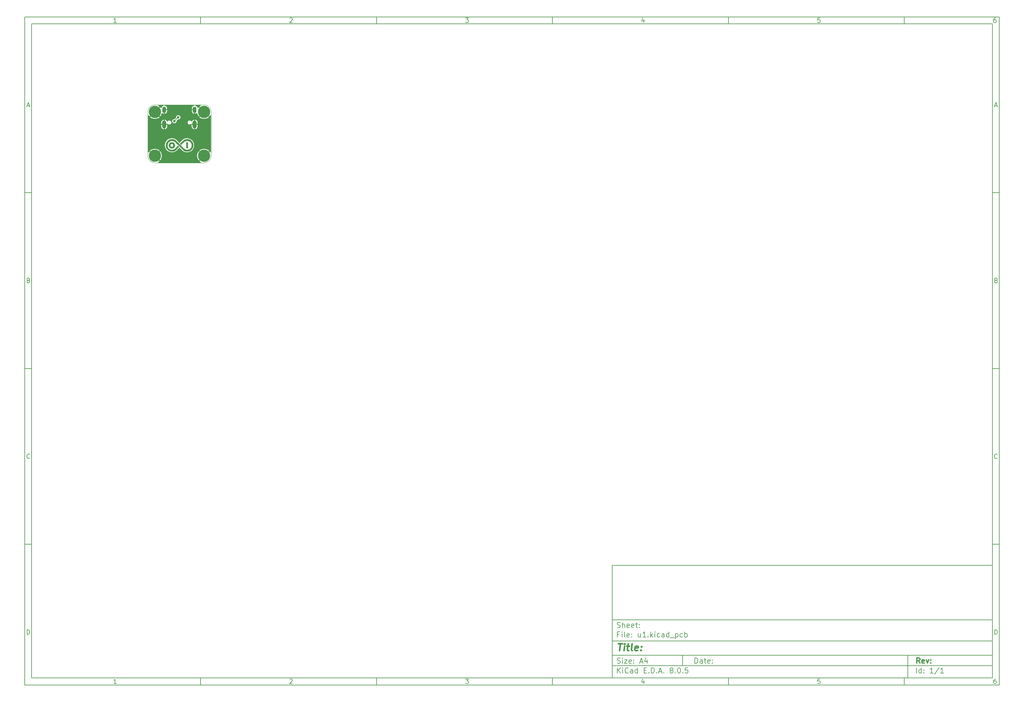
<source format=gbl>
%TF.GenerationSoftware,KiCad,Pcbnew,8.0.5*%
%TF.CreationDate,2024-11-25T09:27:33+08:00*%
%TF.ProjectId,u1,75312e6b-6963-4616-945f-706362585858,rev?*%
%TF.SameCoordinates,PX2aea540PY2160ec0*%
%TF.FileFunction,Copper,L2,Bot*%
%TF.FilePolarity,Positive*%
%FSLAX46Y46*%
G04 Gerber Fmt 4.6, Leading zero omitted, Abs format (unit mm)*
G04 Created by KiCad (PCBNEW 8.0.5) date 2024-11-25 09:27:33*
%MOMM*%
%LPD*%
G01*
G04 APERTURE LIST*
%ADD10C,0.100000*%
%ADD11C,0.150000*%
%ADD12C,0.300000*%
%ADD13C,0.400000*%
%TA.AperFunction,EtchedComponent*%
%ADD14C,0.000000*%
%TD*%
%TA.AperFunction,EtchedComponent*%
%ADD15C,0.010000*%
%TD*%
%TA.AperFunction,ComponentPad*%
%ADD16C,3.500000*%
%TD*%
%TA.AperFunction,ComponentPad*%
%ADD17O,1.200000X2.300000*%
%TD*%
%TA.AperFunction,ComponentPad*%
%ADD18O,1.100000X1.800000*%
%TD*%
%TA.AperFunction,ViaPad*%
%ADD19C,0.700000*%
%TD*%
%TA.AperFunction,Conductor*%
%ADD20C,0.200000*%
%TD*%
%TA.AperFunction,Profile*%
%ADD21C,0.050000*%
%TD*%
G04 APERTURE END LIST*
D10*
D11*
X132002200Y-131007200D02*
X240002200Y-131007200D01*
X240002200Y-163007200D01*
X132002200Y-163007200D01*
X132002200Y-131007200D01*
D10*
D11*
X-35000000Y25000000D02*
X242002200Y25000000D01*
X242002200Y-165007200D01*
X-35000000Y-165007200D01*
X-35000000Y25000000D01*
D10*
D11*
X-33000000Y23000000D02*
X240002200Y23000000D01*
X240002200Y-163007200D01*
X-33000000Y-163007200D01*
X-33000000Y23000000D01*
D10*
D11*
X15000000Y23000000D02*
X15000000Y25000000D01*
D10*
D11*
X65000000Y23000000D02*
X65000000Y25000000D01*
D10*
D11*
X115000000Y23000000D02*
X115000000Y25000000D01*
D10*
D11*
X165000000Y23000000D02*
X165000000Y25000000D01*
D10*
D11*
X215000000Y23000000D02*
X215000000Y25000000D01*
D10*
D11*
X-8910840Y23406396D02*
X-9653697Y23406396D01*
X-9282269Y23406396D02*
X-9282269Y24706396D01*
X-9282269Y24706396D02*
X-9406078Y24520681D01*
X-9406078Y24520681D02*
X-9529888Y24396872D01*
X-9529888Y24396872D02*
X-9653697Y24334967D01*
D10*
D11*
X40346303Y24582586D02*
X40408207Y24644491D01*
X40408207Y24644491D02*
X40532017Y24706396D01*
X40532017Y24706396D02*
X40841541Y24706396D01*
X40841541Y24706396D02*
X40965350Y24644491D01*
X40965350Y24644491D02*
X41027255Y24582586D01*
X41027255Y24582586D02*
X41089160Y24458777D01*
X41089160Y24458777D02*
X41089160Y24334967D01*
X41089160Y24334967D02*
X41027255Y24149253D01*
X41027255Y24149253D02*
X40284398Y23406396D01*
X40284398Y23406396D02*
X41089160Y23406396D01*
D10*
D11*
X90284398Y24706396D02*
X91089160Y24706396D01*
X91089160Y24706396D02*
X90655826Y24211158D01*
X90655826Y24211158D02*
X90841541Y24211158D01*
X90841541Y24211158D02*
X90965350Y24149253D01*
X90965350Y24149253D02*
X91027255Y24087348D01*
X91027255Y24087348D02*
X91089160Y23963539D01*
X91089160Y23963539D02*
X91089160Y23654015D01*
X91089160Y23654015D02*
X91027255Y23530205D01*
X91027255Y23530205D02*
X90965350Y23468300D01*
X90965350Y23468300D02*
X90841541Y23406396D01*
X90841541Y23406396D02*
X90470112Y23406396D01*
X90470112Y23406396D02*
X90346303Y23468300D01*
X90346303Y23468300D02*
X90284398Y23530205D01*
D10*
D11*
X140965350Y24273062D02*
X140965350Y23406396D01*
X140655826Y24768300D02*
X140346303Y23839729D01*
X140346303Y23839729D02*
X141151064Y23839729D01*
D10*
D11*
X191027255Y24706396D02*
X190408207Y24706396D01*
X190408207Y24706396D02*
X190346303Y24087348D01*
X190346303Y24087348D02*
X190408207Y24149253D01*
X190408207Y24149253D02*
X190532017Y24211158D01*
X190532017Y24211158D02*
X190841541Y24211158D01*
X190841541Y24211158D02*
X190965350Y24149253D01*
X190965350Y24149253D02*
X191027255Y24087348D01*
X191027255Y24087348D02*
X191089160Y23963539D01*
X191089160Y23963539D02*
X191089160Y23654015D01*
X191089160Y23654015D02*
X191027255Y23530205D01*
X191027255Y23530205D02*
X190965350Y23468300D01*
X190965350Y23468300D02*
X190841541Y23406396D01*
X190841541Y23406396D02*
X190532017Y23406396D01*
X190532017Y23406396D02*
X190408207Y23468300D01*
X190408207Y23468300D02*
X190346303Y23530205D01*
D10*
D11*
X240965350Y24706396D02*
X240717731Y24706396D01*
X240717731Y24706396D02*
X240593922Y24644491D01*
X240593922Y24644491D02*
X240532017Y24582586D01*
X240532017Y24582586D02*
X240408207Y24396872D01*
X240408207Y24396872D02*
X240346303Y24149253D01*
X240346303Y24149253D02*
X240346303Y23654015D01*
X240346303Y23654015D02*
X240408207Y23530205D01*
X240408207Y23530205D02*
X240470112Y23468300D01*
X240470112Y23468300D02*
X240593922Y23406396D01*
X240593922Y23406396D02*
X240841541Y23406396D01*
X240841541Y23406396D02*
X240965350Y23468300D01*
X240965350Y23468300D02*
X241027255Y23530205D01*
X241027255Y23530205D02*
X241089160Y23654015D01*
X241089160Y23654015D02*
X241089160Y23963539D01*
X241089160Y23963539D02*
X241027255Y24087348D01*
X241027255Y24087348D02*
X240965350Y24149253D01*
X240965350Y24149253D02*
X240841541Y24211158D01*
X240841541Y24211158D02*
X240593922Y24211158D01*
X240593922Y24211158D02*
X240470112Y24149253D01*
X240470112Y24149253D02*
X240408207Y24087348D01*
X240408207Y24087348D02*
X240346303Y23963539D01*
D10*
D11*
X15000000Y-163007200D02*
X15000000Y-165007200D01*
D10*
D11*
X65000000Y-163007200D02*
X65000000Y-165007200D01*
D10*
D11*
X115000000Y-163007200D02*
X115000000Y-165007200D01*
D10*
D11*
X165000000Y-163007200D02*
X165000000Y-165007200D01*
D10*
D11*
X215000000Y-163007200D02*
X215000000Y-165007200D01*
D10*
D11*
X-8910840Y-164600804D02*
X-9653697Y-164600804D01*
X-9282269Y-164600804D02*
X-9282269Y-163300804D01*
X-9282269Y-163300804D02*
X-9406078Y-163486519D01*
X-9406078Y-163486519D02*
X-9529888Y-163610328D01*
X-9529888Y-163610328D02*
X-9653697Y-163672233D01*
D10*
D11*
X40346303Y-163424614D02*
X40408207Y-163362709D01*
X40408207Y-163362709D02*
X40532017Y-163300804D01*
X40532017Y-163300804D02*
X40841541Y-163300804D01*
X40841541Y-163300804D02*
X40965350Y-163362709D01*
X40965350Y-163362709D02*
X41027255Y-163424614D01*
X41027255Y-163424614D02*
X41089160Y-163548423D01*
X41089160Y-163548423D02*
X41089160Y-163672233D01*
X41089160Y-163672233D02*
X41027255Y-163857947D01*
X41027255Y-163857947D02*
X40284398Y-164600804D01*
X40284398Y-164600804D02*
X41089160Y-164600804D01*
D10*
D11*
X90284398Y-163300804D02*
X91089160Y-163300804D01*
X91089160Y-163300804D02*
X90655826Y-163796042D01*
X90655826Y-163796042D02*
X90841541Y-163796042D01*
X90841541Y-163796042D02*
X90965350Y-163857947D01*
X90965350Y-163857947D02*
X91027255Y-163919852D01*
X91027255Y-163919852D02*
X91089160Y-164043661D01*
X91089160Y-164043661D02*
X91089160Y-164353185D01*
X91089160Y-164353185D02*
X91027255Y-164476995D01*
X91027255Y-164476995D02*
X90965350Y-164538900D01*
X90965350Y-164538900D02*
X90841541Y-164600804D01*
X90841541Y-164600804D02*
X90470112Y-164600804D01*
X90470112Y-164600804D02*
X90346303Y-164538900D01*
X90346303Y-164538900D02*
X90284398Y-164476995D01*
D10*
D11*
X140965350Y-163734138D02*
X140965350Y-164600804D01*
X140655826Y-163238900D02*
X140346303Y-164167471D01*
X140346303Y-164167471D02*
X141151064Y-164167471D01*
D10*
D11*
X191027255Y-163300804D02*
X190408207Y-163300804D01*
X190408207Y-163300804D02*
X190346303Y-163919852D01*
X190346303Y-163919852D02*
X190408207Y-163857947D01*
X190408207Y-163857947D02*
X190532017Y-163796042D01*
X190532017Y-163796042D02*
X190841541Y-163796042D01*
X190841541Y-163796042D02*
X190965350Y-163857947D01*
X190965350Y-163857947D02*
X191027255Y-163919852D01*
X191027255Y-163919852D02*
X191089160Y-164043661D01*
X191089160Y-164043661D02*
X191089160Y-164353185D01*
X191089160Y-164353185D02*
X191027255Y-164476995D01*
X191027255Y-164476995D02*
X190965350Y-164538900D01*
X190965350Y-164538900D02*
X190841541Y-164600804D01*
X190841541Y-164600804D02*
X190532017Y-164600804D01*
X190532017Y-164600804D02*
X190408207Y-164538900D01*
X190408207Y-164538900D02*
X190346303Y-164476995D01*
D10*
D11*
X240965350Y-163300804D02*
X240717731Y-163300804D01*
X240717731Y-163300804D02*
X240593922Y-163362709D01*
X240593922Y-163362709D02*
X240532017Y-163424614D01*
X240532017Y-163424614D02*
X240408207Y-163610328D01*
X240408207Y-163610328D02*
X240346303Y-163857947D01*
X240346303Y-163857947D02*
X240346303Y-164353185D01*
X240346303Y-164353185D02*
X240408207Y-164476995D01*
X240408207Y-164476995D02*
X240470112Y-164538900D01*
X240470112Y-164538900D02*
X240593922Y-164600804D01*
X240593922Y-164600804D02*
X240841541Y-164600804D01*
X240841541Y-164600804D02*
X240965350Y-164538900D01*
X240965350Y-164538900D02*
X241027255Y-164476995D01*
X241027255Y-164476995D02*
X241089160Y-164353185D01*
X241089160Y-164353185D02*
X241089160Y-164043661D01*
X241089160Y-164043661D02*
X241027255Y-163919852D01*
X241027255Y-163919852D02*
X240965350Y-163857947D01*
X240965350Y-163857947D02*
X240841541Y-163796042D01*
X240841541Y-163796042D02*
X240593922Y-163796042D01*
X240593922Y-163796042D02*
X240470112Y-163857947D01*
X240470112Y-163857947D02*
X240408207Y-163919852D01*
X240408207Y-163919852D02*
X240346303Y-164043661D01*
D10*
D11*
X-35000000Y-25000000D02*
X-33000000Y-25000000D01*
D10*
D11*
X-35000000Y-75000000D02*
X-33000000Y-75000000D01*
D10*
D11*
X-35000000Y-125000000D02*
X-33000000Y-125000000D01*
D10*
D11*
X-34309524Y-222176D02*
X-33690477Y-222176D01*
X-34433334Y-593604D02*
X-34000001Y706396D01*
X-34000001Y706396D02*
X-33566667Y-593604D01*
D10*
D11*
X-33907143Y-49912652D02*
X-33721429Y-49974557D01*
X-33721429Y-49974557D02*
X-33659524Y-50036461D01*
X-33659524Y-50036461D02*
X-33597620Y-50160271D01*
X-33597620Y-50160271D02*
X-33597620Y-50345985D01*
X-33597620Y-50345985D02*
X-33659524Y-50469795D01*
X-33659524Y-50469795D02*
X-33721429Y-50531700D01*
X-33721429Y-50531700D02*
X-33845239Y-50593604D01*
X-33845239Y-50593604D02*
X-34340477Y-50593604D01*
X-34340477Y-50593604D02*
X-34340477Y-49293604D01*
X-34340477Y-49293604D02*
X-33907143Y-49293604D01*
X-33907143Y-49293604D02*
X-33783334Y-49355509D01*
X-33783334Y-49355509D02*
X-33721429Y-49417414D01*
X-33721429Y-49417414D02*
X-33659524Y-49541223D01*
X-33659524Y-49541223D02*
X-33659524Y-49665033D01*
X-33659524Y-49665033D02*
X-33721429Y-49788842D01*
X-33721429Y-49788842D02*
X-33783334Y-49850747D01*
X-33783334Y-49850747D02*
X-33907143Y-49912652D01*
X-33907143Y-49912652D02*
X-34340477Y-49912652D01*
D10*
D11*
X-33597620Y-100469795D02*
X-33659524Y-100531700D01*
X-33659524Y-100531700D02*
X-33845239Y-100593604D01*
X-33845239Y-100593604D02*
X-33969048Y-100593604D01*
X-33969048Y-100593604D02*
X-34154762Y-100531700D01*
X-34154762Y-100531700D02*
X-34278572Y-100407890D01*
X-34278572Y-100407890D02*
X-34340477Y-100284080D01*
X-34340477Y-100284080D02*
X-34402381Y-100036461D01*
X-34402381Y-100036461D02*
X-34402381Y-99850747D01*
X-34402381Y-99850747D02*
X-34340477Y-99603128D01*
X-34340477Y-99603128D02*
X-34278572Y-99479319D01*
X-34278572Y-99479319D02*
X-34154762Y-99355509D01*
X-34154762Y-99355509D02*
X-33969048Y-99293604D01*
X-33969048Y-99293604D02*
X-33845239Y-99293604D01*
X-33845239Y-99293604D02*
X-33659524Y-99355509D01*
X-33659524Y-99355509D02*
X-33597620Y-99417414D01*
D10*
D11*
X-34340477Y-150593604D02*
X-34340477Y-149293604D01*
X-34340477Y-149293604D02*
X-34030953Y-149293604D01*
X-34030953Y-149293604D02*
X-33845239Y-149355509D01*
X-33845239Y-149355509D02*
X-33721429Y-149479319D01*
X-33721429Y-149479319D02*
X-33659524Y-149603128D01*
X-33659524Y-149603128D02*
X-33597620Y-149850747D01*
X-33597620Y-149850747D02*
X-33597620Y-150036461D01*
X-33597620Y-150036461D02*
X-33659524Y-150284080D01*
X-33659524Y-150284080D02*
X-33721429Y-150407890D01*
X-33721429Y-150407890D02*
X-33845239Y-150531700D01*
X-33845239Y-150531700D02*
X-34030953Y-150593604D01*
X-34030953Y-150593604D02*
X-34340477Y-150593604D01*
D10*
D11*
X242002200Y-25000000D02*
X240002200Y-25000000D01*
D10*
D11*
X242002200Y-75000000D02*
X240002200Y-75000000D01*
D10*
D11*
X242002200Y-125000000D02*
X240002200Y-125000000D01*
D10*
D11*
X240692676Y-222176D02*
X241311723Y-222176D01*
X240568866Y-593604D02*
X241002199Y706396D01*
X241002199Y706396D02*
X241435533Y-593604D01*
D10*
D11*
X241095057Y-49912652D02*
X241280771Y-49974557D01*
X241280771Y-49974557D02*
X241342676Y-50036461D01*
X241342676Y-50036461D02*
X241404580Y-50160271D01*
X241404580Y-50160271D02*
X241404580Y-50345985D01*
X241404580Y-50345985D02*
X241342676Y-50469795D01*
X241342676Y-50469795D02*
X241280771Y-50531700D01*
X241280771Y-50531700D02*
X241156961Y-50593604D01*
X241156961Y-50593604D02*
X240661723Y-50593604D01*
X240661723Y-50593604D02*
X240661723Y-49293604D01*
X240661723Y-49293604D02*
X241095057Y-49293604D01*
X241095057Y-49293604D02*
X241218866Y-49355509D01*
X241218866Y-49355509D02*
X241280771Y-49417414D01*
X241280771Y-49417414D02*
X241342676Y-49541223D01*
X241342676Y-49541223D02*
X241342676Y-49665033D01*
X241342676Y-49665033D02*
X241280771Y-49788842D01*
X241280771Y-49788842D02*
X241218866Y-49850747D01*
X241218866Y-49850747D02*
X241095057Y-49912652D01*
X241095057Y-49912652D02*
X240661723Y-49912652D01*
D10*
D11*
X241404580Y-100469795D02*
X241342676Y-100531700D01*
X241342676Y-100531700D02*
X241156961Y-100593604D01*
X241156961Y-100593604D02*
X241033152Y-100593604D01*
X241033152Y-100593604D02*
X240847438Y-100531700D01*
X240847438Y-100531700D02*
X240723628Y-100407890D01*
X240723628Y-100407890D02*
X240661723Y-100284080D01*
X240661723Y-100284080D02*
X240599819Y-100036461D01*
X240599819Y-100036461D02*
X240599819Y-99850747D01*
X240599819Y-99850747D02*
X240661723Y-99603128D01*
X240661723Y-99603128D02*
X240723628Y-99479319D01*
X240723628Y-99479319D02*
X240847438Y-99355509D01*
X240847438Y-99355509D02*
X241033152Y-99293604D01*
X241033152Y-99293604D02*
X241156961Y-99293604D01*
X241156961Y-99293604D02*
X241342676Y-99355509D01*
X241342676Y-99355509D02*
X241404580Y-99417414D01*
D10*
D11*
X240661723Y-150593604D02*
X240661723Y-149293604D01*
X240661723Y-149293604D02*
X240971247Y-149293604D01*
X240971247Y-149293604D02*
X241156961Y-149355509D01*
X241156961Y-149355509D02*
X241280771Y-149479319D01*
X241280771Y-149479319D02*
X241342676Y-149603128D01*
X241342676Y-149603128D02*
X241404580Y-149850747D01*
X241404580Y-149850747D02*
X241404580Y-150036461D01*
X241404580Y-150036461D02*
X241342676Y-150284080D01*
X241342676Y-150284080D02*
X241280771Y-150407890D01*
X241280771Y-150407890D02*
X241156961Y-150531700D01*
X241156961Y-150531700D02*
X240971247Y-150593604D01*
X240971247Y-150593604D02*
X240661723Y-150593604D01*
D10*
D11*
X155458026Y-158793328D02*
X155458026Y-157293328D01*
X155458026Y-157293328D02*
X155815169Y-157293328D01*
X155815169Y-157293328D02*
X156029455Y-157364757D01*
X156029455Y-157364757D02*
X156172312Y-157507614D01*
X156172312Y-157507614D02*
X156243741Y-157650471D01*
X156243741Y-157650471D02*
X156315169Y-157936185D01*
X156315169Y-157936185D02*
X156315169Y-158150471D01*
X156315169Y-158150471D02*
X156243741Y-158436185D01*
X156243741Y-158436185D02*
X156172312Y-158579042D01*
X156172312Y-158579042D02*
X156029455Y-158721900D01*
X156029455Y-158721900D02*
X155815169Y-158793328D01*
X155815169Y-158793328D02*
X155458026Y-158793328D01*
X157600884Y-158793328D02*
X157600884Y-158007614D01*
X157600884Y-158007614D02*
X157529455Y-157864757D01*
X157529455Y-157864757D02*
X157386598Y-157793328D01*
X157386598Y-157793328D02*
X157100884Y-157793328D01*
X157100884Y-157793328D02*
X156958026Y-157864757D01*
X157600884Y-158721900D02*
X157458026Y-158793328D01*
X157458026Y-158793328D02*
X157100884Y-158793328D01*
X157100884Y-158793328D02*
X156958026Y-158721900D01*
X156958026Y-158721900D02*
X156886598Y-158579042D01*
X156886598Y-158579042D02*
X156886598Y-158436185D01*
X156886598Y-158436185D02*
X156958026Y-158293328D01*
X156958026Y-158293328D02*
X157100884Y-158221900D01*
X157100884Y-158221900D02*
X157458026Y-158221900D01*
X157458026Y-158221900D02*
X157600884Y-158150471D01*
X158100884Y-157793328D02*
X158672312Y-157793328D01*
X158315169Y-157293328D02*
X158315169Y-158579042D01*
X158315169Y-158579042D02*
X158386598Y-158721900D01*
X158386598Y-158721900D02*
X158529455Y-158793328D01*
X158529455Y-158793328D02*
X158672312Y-158793328D01*
X159743741Y-158721900D02*
X159600884Y-158793328D01*
X159600884Y-158793328D02*
X159315170Y-158793328D01*
X159315170Y-158793328D02*
X159172312Y-158721900D01*
X159172312Y-158721900D02*
X159100884Y-158579042D01*
X159100884Y-158579042D02*
X159100884Y-158007614D01*
X159100884Y-158007614D02*
X159172312Y-157864757D01*
X159172312Y-157864757D02*
X159315170Y-157793328D01*
X159315170Y-157793328D02*
X159600884Y-157793328D01*
X159600884Y-157793328D02*
X159743741Y-157864757D01*
X159743741Y-157864757D02*
X159815170Y-158007614D01*
X159815170Y-158007614D02*
X159815170Y-158150471D01*
X159815170Y-158150471D02*
X159100884Y-158293328D01*
X160458026Y-158650471D02*
X160529455Y-158721900D01*
X160529455Y-158721900D02*
X160458026Y-158793328D01*
X160458026Y-158793328D02*
X160386598Y-158721900D01*
X160386598Y-158721900D02*
X160458026Y-158650471D01*
X160458026Y-158650471D02*
X160458026Y-158793328D01*
X160458026Y-157864757D02*
X160529455Y-157936185D01*
X160529455Y-157936185D02*
X160458026Y-158007614D01*
X160458026Y-158007614D02*
X160386598Y-157936185D01*
X160386598Y-157936185D02*
X160458026Y-157864757D01*
X160458026Y-157864757D02*
X160458026Y-158007614D01*
D10*
D11*
X132002200Y-159507200D02*
X240002200Y-159507200D01*
D10*
D11*
X133458026Y-161593328D02*
X133458026Y-160093328D01*
X134315169Y-161593328D02*
X133672312Y-160736185D01*
X134315169Y-160093328D02*
X133458026Y-160950471D01*
X134958026Y-161593328D02*
X134958026Y-160593328D01*
X134958026Y-160093328D02*
X134886598Y-160164757D01*
X134886598Y-160164757D02*
X134958026Y-160236185D01*
X134958026Y-160236185D02*
X135029455Y-160164757D01*
X135029455Y-160164757D02*
X134958026Y-160093328D01*
X134958026Y-160093328D02*
X134958026Y-160236185D01*
X136529455Y-161450471D02*
X136458027Y-161521900D01*
X136458027Y-161521900D02*
X136243741Y-161593328D01*
X136243741Y-161593328D02*
X136100884Y-161593328D01*
X136100884Y-161593328D02*
X135886598Y-161521900D01*
X135886598Y-161521900D02*
X135743741Y-161379042D01*
X135743741Y-161379042D02*
X135672312Y-161236185D01*
X135672312Y-161236185D02*
X135600884Y-160950471D01*
X135600884Y-160950471D02*
X135600884Y-160736185D01*
X135600884Y-160736185D02*
X135672312Y-160450471D01*
X135672312Y-160450471D02*
X135743741Y-160307614D01*
X135743741Y-160307614D02*
X135886598Y-160164757D01*
X135886598Y-160164757D02*
X136100884Y-160093328D01*
X136100884Y-160093328D02*
X136243741Y-160093328D01*
X136243741Y-160093328D02*
X136458027Y-160164757D01*
X136458027Y-160164757D02*
X136529455Y-160236185D01*
X137815170Y-161593328D02*
X137815170Y-160807614D01*
X137815170Y-160807614D02*
X137743741Y-160664757D01*
X137743741Y-160664757D02*
X137600884Y-160593328D01*
X137600884Y-160593328D02*
X137315170Y-160593328D01*
X137315170Y-160593328D02*
X137172312Y-160664757D01*
X137815170Y-161521900D02*
X137672312Y-161593328D01*
X137672312Y-161593328D02*
X137315170Y-161593328D01*
X137315170Y-161593328D02*
X137172312Y-161521900D01*
X137172312Y-161521900D02*
X137100884Y-161379042D01*
X137100884Y-161379042D02*
X137100884Y-161236185D01*
X137100884Y-161236185D02*
X137172312Y-161093328D01*
X137172312Y-161093328D02*
X137315170Y-161021900D01*
X137315170Y-161021900D02*
X137672312Y-161021900D01*
X137672312Y-161021900D02*
X137815170Y-160950471D01*
X139172313Y-161593328D02*
X139172313Y-160093328D01*
X139172313Y-161521900D02*
X139029455Y-161593328D01*
X139029455Y-161593328D02*
X138743741Y-161593328D01*
X138743741Y-161593328D02*
X138600884Y-161521900D01*
X138600884Y-161521900D02*
X138529455Y-161450471D01*
X138529455Y-161450471D02*
X138458027Y-161307614D01*
X138458027Y-161307614D02*
X138458027Y-160879042D01*
X138458027Y-160879042D02*
X138529455Y-160736185D01*
X138529455Y-160736185D02*
X138600884Y-160664757D01*
X138600884Y-160664757D02*
X138743741Y-160593328D01*
X138743741Y-160593328D02*
X139029455Y-160593328D01*
X139029455Y-160593328D02*
X139172313Y-160664757D01*
X141029455Y-160807614D02*
X141529455Y-160807614D01*
X141743741Y-161593328D02*
X141029455Y-161593328D01*
X141029455Y-161593328D02*
X141029455Y-160093328D01*
X141029455Y-160093328D02*
X141743741Y-160093328D01*
X142386598Y-161450471D02*
X142458027Y-161521900D01*
X142458027Y-161521900D02*
X142386598Y-161593328D01*
X142386598Y-161593328D02*
X142315170Y-161521900D01*
X142315170Y-161521900D02*
X142386598Y-161450471D01*
X142386598Y-161450471D02*
X142386598Y-161593328D01*
X143100884Y-161593328D02*
X143100884Y-160093328D01*
X143100884Y-160093328D02*
X143458027Y-160093328D01*
X143458027Y-160093328D02*
X143672313Y-160164757D01*
X143672313Y-160164757D02*
X143815170Y-160307614D01*
X143815170Y-160307614D02*
X143886599Y-160450471D01*
X143886599Y-160450471D02*
X143958027Y-160736185D01*
X143958027Y-160736185D02*
X143958027Y-160950471D01*
X143958027Y-160950471D02*
X143886599Y-161236185D01*
X143886599Y-161236185D02*
X143815170Y-161379042D01*
X143815170Y-161379042D02*
X143672313Y-161521900D01*
X143672313Y-161521900D02*
X143458027Y-161593328D01*
X143458027Y-161593328D02*
X143100884Y-161593328D01*
X144600884Y-161450471D02*
X144672313Y-161521900D01*
X144672313Y-161521900D02*
X144600884Y-161593328D01*
X144600884Y-161593328D02*
X144529456Y-161521900D01*
X144529456Y-161521900D02*
X144600884Y-161450471D01*
X144600884Y-161450471D02*
X144600884Y-161593328D01*
X145243742Y-161164757D02*
X145958028Y-161164757D01*
X145100885Y-161593328D02*
X145600885Y-160093328D01*
X145600885Y-160093328D02*
X146100885Y-161593328D01*
X146600884Y-161450471D02*
X146672313Y-161521900D01*
X146672313Y-161521900D02*
X146600884Y-161593328D01*
X146600884Y-161593328D02*
X146529456Y-161521900D01*
X146529456Y-161521900D02*
X146600884Y-161450471D01*
X146600884Y-161450471D02*
X146600884Y-161593328D01*
X148672313Y-160736185D02*
X148529456Y-160664757D01*
X148529456Y-160664757D02*
X148458027Y-160593328D01*
X148458027Y-160593328D02*
X148386599Y-160450471D01*
X148386599Y-160450471D02*
X148386599Y-160379042D01*
X148386599Y-160379042D02*
X148458027Y-160236185D01*
X148458027Y-160236185D02*
X148529456Y-160164757D01*
X148529456Y-160164757D02*
X148672313Y-160093328D01*
X148672313Y-160093328D02*
X148958027Y-160093328D01*
X148958027Y-160093328D02*
X149100885Y-160164757D01*
X149100885Y-160164757D02*
X149172313Y-160236185D01*
X149172313Y-160236185D02*
X149243742Y-160379042D01*
X149243742Y-160379042D02*
X149243742Y-160450471D01*
X149243742Y-160450471D02*
X149172313Y-160593328D01*
X149172313Y-160593328D02*
X149100885Y-160664757D01*
X149100885Y-160664757D02*
X148958027Y-160736185D01*
X148958027Y-160736185D02*
X148672313Y-160736185D01*
X148672313Y-160736185D02*
X148529456Y-160807614D01*
X148529456Y-160807614D02*
X148458027Y-160879042D01*
X148458027Y-160879042D02*
X148386599Y-161021900D01*
X148386599Y-161021900D02*
X148386599Y-161307614D01*
X148386599Y-161307614D02*
X148458027Y-161450471D01*
X148458027Y-161450471D02*
X148529456Y-161521900D01*
X148529456Y-161521900D02*
X148672313Y-161593328D01*
X148672313Y-161593328D02*
X148958027Y-161593328D01*
X148958027Y-161593328D02*
X149100885Y-161521900D01*
X149100885Y-161521900D02*
X149172313Y-161450471D01*
X149172313Y-161450471D02*
X149243742Y-161307614D01*
X149243742Y-161307614D02*
X149243742Y-161021900D01*
X149243742Y-161021900D02*
X149172313Y-160879042D01*
X149172313Y-160879042D02*
X149100885Y-160807614D01*
X149100885Y-160807614D02*
X148958027Y-160736185D01*
X149886598Y-161450471D02*
X149958027Y-161521900D01*
X149958027Y-161521900D02*
X149886598Y-161593328D01*
X149886598Y-161593328D02*
X149815170Y-161521900D01*
X149815170Y-161521900D02*
X149886598Y-161450471D01*
X149886598Y-161450471D02*
X149886598Y-161593328D01*
X150886599Y-160093328D02*
X151029456Y-160093328D01*
X151029456Y-160093328D02*
X151172313Y-160164757D01*
X151172313Y-160164757D02*
X151243742Y-160236185D01*
X151243742Y-160236185D02*
X151315170Y-160379042D01*
X151315170Y-160379042D02*
X151386599Y-160664757D01*
X151386599Y-160664757D02*
X151386599Y-161021900D01*
X151386599Y-161021900D02*
X151315170Y-161307614D01*
X151315170Y-161307614D02*
X151243742Y-161450471D01*
X151243742Y-161450471D02*
X151172313Y-161521900D01*
X151172313Y-161521900D02*
X151029456Y-161593328D01*
X151029456Y-161593328D02*
X150886599Y-161593328D01*
X150886599Y-161593328D02*
X150743742Y-161521900D01*
X150743742Y-161521900D02*
X150672313Y-161450471D01*
X150672313Y-161450471D02*
X150600884Y-161307614D01*
X150600884Y-161307614D02*
X150529456Y-161021900D01*
X150529456Y-161021900D02*
X150529456Y-160664757D01*
X150529456Y-160664757D02*
X150600884Y-160379042D01*
X150600884Y-160379042D02*
X150672313Y-160236185D01*
X150672313Y-160236185D02*
X150743742Y-160164757D01*
X150743742Y-160164757D02*
X150886599Y-160093328D01*
X152029455Y-161450471D02*
X152100884Y-161521900D01*
X152100884Y-161521900D02*
X152029455Y-161593328D01*
X152029455Y-161593328D02*
X151958027Y-161521900D01*
X151958027Y-161521900D02*
X152029455Y-161450471D01*
X152029455Y-161450471D02*
X152029455Y-161593328D01*
X153458027Y-160093328D02*
X152743741Y-160093328D01*
X152743741Y-160093328D02*
X152672313Y-160807614D01*
X152672313Y-160807614D02*
X152743741Y-160736185D01*
X152743741Y-160736185D02*
X152886599Y-160664757D01*
X152886599Y-160664757D02*
X153243741Y-160664757D01*
X153243741Y-160664757D02*
X153386599Y-160736185D01*
X153386599Y-160736185D02*
X153458027Y-160807614D01*
X153458027Y-160807614D02*
X153529456Y-160950471D01*
X153529456Y-160950471D02*
X153529456Y-161307614D01*
X153529456Y-161307614D02*
X153458027Y-161450471D01*
X153458027Y-161450471D02*
X153386599Y-161521900D01*
X153386599Y-161521900D02*
X153243741Y-161593328D01*
X153243741Y-161593328D02*
X152886599Y-161593328D01*
X152886599Y-161593328D02*
X152743741Y-161521900D01*
X152743741Y-161521900D02*
X152672313Y-161450471D01*
D10*
D11*
X132002200Y-156507200D02*
X240002200Y-156507200D01*
D10*
D12*
X219413853Y-158785528D02*
X218913853Y-158071242D01*
X218556710Y-158785528D02*
X218556710Y-157285528D01*
X218556710Y-157285528D02*
X219128139Y-157285528D01*
X219128139Y-157285528D02*
X219270996Y-157356957D01*
X219270996Y-157356957D02*
X219342425Y-157428385D01*
X219342425Y-157428385D02*
X219413853Y-157571242D01*
X219413853Y-157571242D02*
X219413853Y-157785528D01*
X219413853Y-157785528D02*
X219342425Y-157928385D01*
X219342425Y-157928385D02*
X219270996Y-157999814D01*
X219270996Y-157999814D02*
X219128139Y-158071242D01*
X219128139Y-158071242D02*
X218556710Y-158071242D01*
X220628139Y-158714100D02*
X220485282Y-158785528D01*
X220485282Y-158785528D02*
X220199568Y-158785528D01*
X220199568Y-158785528D02*
X220056710Y-158714100D01*
X220056710Y-158714100D02*
X219985282Y-158571242D01*
X219985282Y-158571242D02*
X219985282Y-157999814D01*
X219985282Y-157999814D02*
X220056710Y-157856957D01*
X220056710Y-157856957D02*
X220199568Y-157785528D01*
X220199568Y-157785528D02*
X220485282Y-157785528D01*
X220485282Y-157785528D02*
X220628139Y-157856957D01*
X220628139Y-157856957D02*
X220699568Y-157999814D01*
X220699568Y-157999814D02*
X220699568Y-158142671D01*
X220699568Y-158142671D02*
X219985282Y-158285528D01*
X221199567Y-157785528D02*
X221556710Y-158785528D01*
X221556710Y-158785528D02*
X221913853Y-157785528D01*
X222485281Y-158642671D02*
X222556710Y-158714100D01*
X222556710Y-158714100D02*
X222485281Y-158785528D01*
X222485281Y-158785528D02*
X222413853Y-158714100D01*
X222413853Y-158714100D02*
X222485281Y-158642671D01*
X222485281Y-158642671D02*
X222485281Y-158785528D01*
X222485281Y-157856957D02*
X222556710Y-157928385D01*
X222556710Y-157928385D02*
X222485281Y-157999814D01*
X222485281Y-157999814D02*
X222413853Y-157928385D01*
X222413853Y-157928385D02*
X222485281Y-157856957D01*
X222485281Y-157856957D02*
X222485281Y-157999814D01*
D10*
D11*
X133386598Y-158721900D02*
X133600884Y-158793328D01*
X133600884Y-158793328D02*
X133958026Y-158793328D01*
X133958026Y-158793328D02*
X134100884Y-158721900D01*
X134100884Y-158721900D02*
X134172312Y-158650471D01*
X134172312Y-158650471D02*
X134243741Y-158507614D01*
X134243741Y-158507614D02*
X134243741Y-158364757D01*
X134243741Y-158364757D02*
X134172312Y-158221900D01*
X134172312Y-158221900D02*
X134100884Y-158150471D01*
X134100884Y-158150471D02*
X133958026Y-158079042D01*
X133958026Y-158079042D02*
X133672312Y-158007614D01*
X133672312Y-158007614D02*
X133529455Y-157936185D01*
X133529455Y-157936185D02*
X133458026Y-157864757D01*
X133458026Y-157864757D02*
X133386598Y-157721900D01*
X133386598Y-157721900D02*
X133386598Y-157579042D01*
X133386598Y-157579042D02*
X133458026Y-157436185D01*
X133458026Y-157436185D02*
X133529455Y-157364757D01*
X133529455Y-157364757D02*
X133672312Y-157293328D01*
X133672312Y-157293328D02*
X134029455Y-157293328D01*
X134029455Y-157293328D02*
X134243741Y-157364757D01*
X134886597Y-158793328D02*
X134886597Y-157793328D01*
X134886597Y-157293328D02*
X134815169Y-157364757D01*
X134815169Y-157364757D02*
X134886597Y-157436185D01*
X134886597Y-157436185D02*
X134958026Y-157364757D01*
X134958026Y-157364757D02*
X134886597Y-157293328D01*
X134886597Y-157293328D02*
X134886597Y-157436185D01*
X135458026Y-157793328D02*
X136243741Y-157793328D01*
X136243741Y-157793328D02*
X135458026Y-158793328D01*
X135458026Y-158793328D02*
X136243741Y-158793328D01*
X137386598Y-158721900D02*
X137243741Y-158793328D01*
X137243741Y-158793328D02*
X136958027Y-158793328D01*
X136958027Y-158793328D02*
X136815169Y-158721900D01*
X136815169Y-158721900D02*
X136743741Y-158579042D01*
X136743741Y-158579042D02*
X136743741Y-158007614D01*
X136743741Y-158007614D02*
X136815169Y-157864757D01*
X136815169Y-157864757D02*
X136958027Y-157793328D01*
X136958027Y-157793328D02*
X137243741Y-157793328D01*
X137243741Y-157793328D02*
X137386598Y-157864757D01*
X137386598Y-157864757D02*
X137458027Y-158007614D01*
X137458027Y-158007614D02*
X137458027Y-158150471D01*
X137458027Y-158150471D02*
X136743741Y-158293328D01*
X138100883Y-158650471D02*
X138172312Y-158721900D01*
X138172312Y-158721900D02*
X138100883Y-158793328D01*
X138100883Y-158793328D02*
X138029455Y-158721900D01*
X138029455Y-158721900D02*
X138100883Y-158650471D01*
X138100883Y-158650471D02*
X138100883Y-158793328D01*
X138100883Y-157864757D02*
X138172312Y-157936185D01*
X138172312Y-157936185D02*
X138100883Y-158007614D01*
X138100883Y-158007614D02*
X138029455Y-157936185D01*
X138029455Y-157936185D02*
X138100883Y-157864757D01*
X138100883Y-157864757D02*
X138100883Y-158007614D01*
X139886598Y-158364757D02*
X140600884Y-158364757D01*
X139743741Y-158793328D02*
X140243741Y-157293328D01*
X140243741Y-157293328D02*
X140743741Y-158793328D01*
X141886598Y-157793328D02*
X141886598Y-158793328D01*
X141529455Y-157221900D02*
X141172312Y-158293328D01*
X141172312Y-158293328D02*
X142100883Y-158293328D01*
D10*
D11*
X218458026Y-161593328D02*
X218458026Y-160093328D01*
X219815170Y-161593328D02*
X219815170Y-160093328D01*
X219815170Y-161521900D02*
X219672312Y-161593328D01*
X219672312Y-161593328D02*
X219386598Y-161593328D01*
X219386598Y-161593328D02*
X219243741Y-161521900D01*
X219243741Y-161521900D02*
X219172312Y-161450471D01*
X219172312Y-161450471D02*
X219100884Y-161307614D01*
X219100884Y-161307614D02*
X219100884Y-160879042D01*
X219100884Y-160879042D02*
X219172312Y-160736185D01*
X219172312Y-160736185D02*
X219243741Y-160664757D01*
X219243741Y-160664757D02*
X219386598Y-160593328D01*
X219386598Y-160593328D02*
X219672312Y-160593328D01*
X219672312Y-160593328D02*
X219815170Y-160664757D01*
X220529455Y-161450471D02*
X220600884Y-161521900D01*
X220600884Y-161521900D02*
X220529455Y-161593328D01*
X220529455Y-161593328D02*
X220458027Y-161521900D01*
X220458027Y-161521900D02*
X220529455Y-161450471D01*
X220529455Y-161450471D02*
X220529455Y-161593328D01*
X220529455Y-160664757D02*
X220600884Y-160736185D01*
X220600884Y-160736185D02*
X220529455Y-160807614D01*
X220529455Y-160807614D02*
X220458027Y-160736185D01*
X220458027Y-160736185D02*
X220529455Y-160664757D01*
X220529455Y-160664757D02*
X220529455Y-160807614D01*
X223172313Y-161593328D02*
X222315170Y-161593328D01*
X222743741Y-161593328D02*
X222743741Y-160093328D01*
X222743741Y-160093328D02*
X222600884Y-160307614D01*
X222600884Y-160307614D02*
X222458027Y-160450471D01*
X222458027Y-160450471D02*
X222315170Y-160521900D01*
X224886598Y-160021900D02*
X223600884Y-161950471D01*
X226172313Y-161593328D02*
X225315170Y-161593328D01*
X225743741Y-161593328D02*
X225743741Y-160093328D01*
X225743741Y-160093328D02*
X225600884Y-160307614D01*
X225600884Y-160307614D02*
X225458027Y-160450471D01*
X225458027Y-160450471D02*
X225315170Y-160521900D01*
D10*
D11*
X132002200Y-152507200D02*
X240002200Y-152507200D01*
D10*
D13*
X133693928Y-153211638D02*
X134836785Y-153211638D01*
X134015357Y-155211638D02*
X134265357Y-153211638D01*
X135253452Y-155211638D02*
X135420119Y-153878304D01*
X135503452Y-153211638D02*
X135396309Y-153306876D01*
X135396309Y-153306876D02*
X135479643Y-153402114D01*
X135479643Y-153402114D02*
X135586786Y-153306876D01*
X135586786Y-153306876D02*
X135503452Y-153211638D01*
X135503452Y-153211638D02*
X135479643Y-153402114D01*
X136086786Y-153878304D02*
X136848690Y-153878304D01*
X136455833Y-153211638D02*
X136241548Y-154925923D01*
X136241548Y-154925923D02*
X136312976Y-155116400D01*
X136312976Y-155116400D02*
X136491548Y-155211638D01*
X136491548Y-155211638D02*
X136682024Y-155211638D01*
X137634405Y-155211638D02*
X137455833Y-155116400D01*
X137455833Y-155116400D02*
X137384405Y-154925923D01*
X137384405Y-154925923D02*
X137598690Y-153211638D01*
X139170119Y-155116400D02*
X138967738Y-155211638D01*
X138967738Y-155211638D02*
X138586785Y-155211638D01*
X138586785Y-155211638D02*
X138408214Y-155116400D01*
X138408214Y-155116400D02*
X138336785Y-154925923D01*
X138336785Y-154925923D02*
X138432024Y-154164019D01*
X138432024Y-154164019D02*
X138551071Y-153973542D01*
X138551071Y-153973542D02*
X138753452Y-153878304D01*
X138753452Y-153878304D02*
X139134404Y-153878304D01*
X139134404Y-153878304D02*
X139312976Y-153973542D01*
X139312976Y-153973542D02*
X139384404Y-154164019D01*
X139384404Y-154164019D02*
X139360595Y-154354495D01*
X139360595Y-154354495D02*
X138384404Y-154544971D01*
X140134405Y-155021161D02*
X140217738Y-155116400D01*
X140217738Y-155116400D02*
X140110595Y-155211638D01*
X140110595Y-155211638D02*
X140027262Y-155116400D01*
X140027262Y-155116400D02*
X140134405Y-155021161D01*
X140134405Y-155021161D02*
X140110595Y-155211638D01*
X140265357Y-153973542D02*
X140348690Y-154068780D01*
X140348690Y-154068780D02*
X140241548Y-154164019D01*
X140241548Y-154164019D02*
X140158214Y-154068780D01*
X140158214Y-154068780D02*
X140265357Y-153973542D01*
X140265357Y-153973542D02*
X140241548Y-154164019D01*
D10*
D11*
X133958026Y-150607614D02*
X133458026Y-150607614D01*
X133458026Y-151393328D02*
X133458026Y-149893328D01*
X133458026Y-149893328D02*
X134172312Y-149893328D01*
X134743740Y-151393328D02*
X134743740Y-150393328D01*
X134743740Y-149893328D02*
X134672312Y-149964757D01*
X134672312Y-149964757D02*
X134743740Y-150036185D01*
X134743740Y-150036185D02*
X134815169Y-149964757D01*
X134815169Y-149964757D02*
X134743740Y-149893328D01*
X134743740Y-149893328D02*
X134743740Y-150036185D01*
X135672312Y-151393328D02*
X135529455Y-151321900D01*
X135529455Y-151321900D02*
X135458026Y-151179042D01*
X135458026Y-151179042D02*
X135458026Y-149893328D01*
X136815169Y-151321900D02*
X136672312Y-151393328D01*
X136672312Y-151393328D02*
X136386598Y-151393328D01*
X136386598Y-151393328D02*
X136243740Y-151321900D01*
X136243740Y-151321900D02*
X136172312Y-151179042D01*
X136172312Y-151179042D02*
X136172312Y-150607614D01*
X136172312Y-150607614D02*
X136243740Y-150464757D01*
X136243740Y-150464757D02*
X136386598Y-150393328D01*
X136386598Y-150393328D02*
X136672312Y-150393328D01*
X136672312Y-150393328D02*
X136815169Y-150464757D01*
X136815169Y-150464757D02*
X136886598Y-150607614D01*
X136886598Y-150607614D02*
X136886598Y-150750471D01*
X136886598Y-150750471D02*
X136172312Y-150893328D01*
X137529454Y-151250471D02*
X137600883Y-151321900D01*
X137600883Y-151321900D02*
X137529454Y-151393328D01*
X137529454Y-151393328D02*
X137458026Y-151321900D01*
X137458026Y-151321900D02*
X137529454Y-151250471D01*
X137529454Y-151250471D02*
X137529454Y-151393328D01*
X137529454Y-150464757D02*
X137600883Y-150536185D01*
X137600883Y-150536185D02*
X137529454Y-150607614D01*
X137529454Y-150607614D02*
X137458026Y-150536185D01*
X137458026Y-150536185D02*
X137529454Y-150464757D01*
X137529454Y-150464757D02*
X137529454Y-150607614D01*
X140029455Y-150393328D02*
X140029455Y-151393328D01*
X139386597Y-150393328D02*
X139386597Y-151179042D01*
X139386597Y-151179042D02*
X139458026Y-151321900D01*
X139458026Y-151321900D02*
X139600883Y-151393328D01*
X139600883Y-151393328D02*
X139815169Y-151393328D01*
X139815169Y-151393328D02*
X139958026Y-151321900D01*
X139958026Y-151321900D02*
X140029455Y-151250471D01*
X141529455Y-151393328D02*
X140672312Y-151393328D01*
X141100883Y-151393328D02*
X141100883Y-149893328D01*
X141100883Y-149893328D02*
X140958026Y-150107614D01*
X140958026Y-150107614D02*
X140815169Y-150250471D01*
X140815169Y-150250471D02*
X140672312Y-150321900D01*
X142172311Y-151250471D02*
X142243740Y-151321900D01*
X142243740Y-151321900D02*
X142172311Y-151393328D01*
X142172311Y-151393328D02*
X142100883Y-151321900D01*
X142100883Y-151321900D02*
X142172311Y-151250471D01*
X142172311Y-151250471D02*
X142172311Y-151393328D01*
X142886597Y-151393328D02*
X142886597Y-149893328D01*
X143029455Y-150821900D02*
X143458026Y-151393328D01*
X143458026Y-150393328D02*
X142886597Y-150964757D01*
X144100883Y-151393328D02*
X144100883Y-150393328D01*
X144100883Y-149893328D02*
X144029455Y-149964757D01*
X144029455Y-149964757D02*
X144100883Y-150036185D01*
X144100883Y-150036185D02*
X144172312Y-149964757D01*
X144172312Y-149964757D02*
X144100883Y-149893328D01*
X144100883Y-149893328D02*
X144100883Y-150036185D01*
X145458027Y-151321900D02*
X145315169Y-151393328D01*
X145315169Y-151393328D02*
X145029455Y-151393328D01*
X145029455Y-151393328D02*
X144886598Y-151321900D01*
X144886598Y-151321900D02*
X144815169Y-151250471D01*
X144815169Y-151250471D02*
X144743741Y-151107614D01*
X144743741Y-151107614D02*
X144743741Y-150679042D01*
X144743741Y-150679042D02*
X144815169Y-150536185D01*
X144815169Y-150536185D02*
X144886598Y-150464757D01*
X144886598Y-150464757D02*
X145029455Y-150393328D01*
X145029455Y-150393328D02*
X145315169Y-150393328D01*
X145315169Y-150393328D02*
X145458027Y-150464757D01*
X146743741Y-151393328D02*
X146743741Y-150607614D01*
X146743741Y-150607614D02*
X146672312Y-150464757D01*
X146672312Y-150464757D02*
X146529455Y-150393328D01*
X146529455Y-150393328D02*
X146243741Y-150393328D01*
X146243741Y-150393328D02*
X146100883Y-150464757D01*
X146743741Y-151321900D02*
X146600883Y-151393328D01*
X146600883Y-151393328D02*
X146243741Y-151393328D01*
X146243741Y-151393328D02*
X146100883Y-151321900D01*
X146100883Y-151321900D02*
X146029455Y-151179042D01*
X146029455Y-151179042D02*
X146029455Y-151036185D01*
X146029455Y-151036185D02*
X146100883Y-150893328D01*
X146100883Y-150893328D02*
X146243741Y-150821900D01*
X146243741Y-150821900D02*
X146600883Y-150821900D01*
X146600883Y-150821900D02*
X146743741Y-150750471D01*
X148100884Y-151393328D02*
X148100884Y-149893328D01*
X148100884Y-151321900D02*
X147958026Y-151393328D01*
X147958026Y-151393328D02*
X147672312Y-151393328D01*
X147672312Y-151393328D02*
X147529455Y-151321900D01*
X147529455Y-151321900D02*
X147458026Y-151250471D01*
X147458026Y-151250471D02*
X147386598Y-151107614D01*
X147386598Y-151107614D02*
X147386598Y-150679042D01*
X147386598Y-150679042D02*
X147458026Y-150536185D01*
X147458026Y-150536185D02*
X147529455Y-150464757D01*
X147529455Y-150464757D02*
X147672312Y-150393328D01*
X147672312Y-150393328D02*
X147958026Y-150393328D01*
X147958026Y-150393328D02*
X148100884Y-150464757D01*
X148458027Y-151536185D02*
X149600884Y-151536185D01*
X149958026Y-150393328D02*
X149958026Y-151893328D01*
X149958026Y-150464757D02*
X150100884Y-150393328D01*
X150100884Y-150393328D02*
X150386598Y-150393328D01*
X150386598Y-150393328D02*
X150529455Y-150464757D01*
X150529455Y-150464757D02*
X150600884Y-150536185D01*
X150600884Y-150536185D02*
X150672312Y-150679042D01*
X150672312Y-150679042D02*
X150672312Y-151107614D01*
X150672312Y-151107614D02*
X150600884Y-151250471D01*
X150600884Y-151250471D02*
X150529455Y-151321900D01*
X150529455Y-151321900D02*
X150386598Y-151393328D01*
X150386598Y-151393328D02*
X150100884Y-151393328D01*
X150100884Y-151393328D02*
X149958026Y-151321900D01*
X151958027Y-151321900D02*
X151815169Y-151393328D01*
X151815169Y-151393328D02*
X151529455Y-151393328D01*
X151529455Y-151393328D02*
X151386598Y-151321900D01*
X151386598Y-151321900D02*
X151315169Y-151250471D01*
X151315169Y-151250471D02*
X151243741Y-151107614D01*
X151243741Y-151107614D02*
X151243741Y-150679042D01*
X151243741Y-150679042D02*
X151315169Y-150536185D01*
X151315169Y-150536185D02*
X151386598Y-150464757D01*
X151386598Y-150464757D02*
X151529455Y-150393328D01*
X151529455Y-150393328D02*
X151815169Y-150393328D01*
X151815169Y-150393328D02*
X151958027Y-150464757D01*
X152600883Y-151393328D02*
X152600883Y-149893328D01*
X152600883Y-150464757D02*
X152743741Y-150393328D01*
X152743741Y-150393328D02*
X153029455Y-150393328D01*
X153029455Y-150393328D02*
X153172312Y-150464757D01*
X153172312Y-150464757D02*
X153243741Y-150536185D01*
X153243741Y-150536185D02*
X153315169Y-150679042D01*
X153315169Y-150679042D02*
X153315169Y-151107614D01*
X153315169Y-151107614D02*
X153243741Y-151250471D01*
X153243741Y-151250471D02*
X153172312Y-151321900D01*
X153172312Y-151321900D02*
X153029455Y-151393328D01*
X153029455Y-151393328D02*
X152743741Y-151393328D01*
X152743741Y-151393328D02*
X152600883Y-151321900D01*
D10*
D11*
X132002200Y-146507200D02*
X240002200Y-146507200D01*
D10*
D11*
X133386598Y-148621900D02*
X133600884Y-148693328D01*
X133600884Y-148693328D02*
X133958026Y-148693328D01*
X133958026Y-148693328D02*
X134100884Y-148621900D01*
X134100884Y-148621900D02*
X134172312Y-148550471D01*
X134172312Y-148550471D02*
X134243741Y-148407614D01*
X134243741Y-148407614D02*
X134243741Y-148264757D01*
X134243741Y-148264757D02*
X134172312Y-148121900D01*
X134172312Y-148121900D02*
X134100884Y-148050471D01*
X134100884Y-148050471D02*
X133958026Y-147979042D01*
X133958026Y-147979042D02*
X133672312Y-147907614D01*
X133672312Y-147907614D02*
X133529455Y-147836185D01*
X133529455Y-147836185D02*
X133458026Y-147764757D01*
X133458026Y-147764757D02*
X133386598Y-147621900D01*
X133386598Y-147621900D02*
X133386598Y-147479042D01*
X133386598Y-147479042D02*
X133458026Y-147336185D01*
X133458026Y-147336185D02*
X133529455Y-147264757D01*
X133529455Y-147264757D02*
X133672312Y-147193328D01*
X133672312Y-147193328D02*
X134029455Y-147193328D01*
X134029455Y-147193328D02*
X134243741Y-147264757D01*
X134886597Y-148693328D02*
X134886597Y-147193328D01*
X135529455Y-148693328D02*
X135529455Y-147907614D01*
X135529455Y-147907614D02*
X135458026Y-147764757D01*
X135458026Y-147764757D02*
X135315169Y-147693328D01*
X135315169Y-147693328D02*
X135100883Y-147693328D01*
X135100883Y-147693328D02*
X134958026Y-147764757D01*
X134958026Y-147764757D02*
X134886597Y-147836185D01*
X136815169Y-148621900D02*
X136672312Y-148693328D01*
X136672312Y-148693328D02*
X136386598Y-148693328D01*
X136386598Y-148693328D02*
X136243740Y-148621900D01*
X136243740Y-148621900D02*
X136172312Y-148479042D01*
X136172312Y-148479042D02*
X136172312Y-147907614D01*
X136172312Y-147907614D02*
X136243740Y-147764757D01*
X136243740Y-147764757D02*
X136386598Y-147693328D01*
X136386598Y-147693328D02*
X136672312Y-147693328D01*
X136672312Y-147693328D02*
X136815169Y-147764757D01*
X136815169Y-147764757D02*
X136886598Y-147907614D01*
X136886598Y-147907614D02*
X136886598Y-148050471D01*
X136886598Y-148050471D02*
X136172312Y-148193328D01*
X138100883Y-148621900D02*
X137958026Y-148693328D01*
X137958026Y-148693328D02*
X137672312Y-148693328D01*
X137672312Y-148693328D02*
X137529454Y-148621900D01*
X137529454Y-148621900D02*
X137458026Y-148479042D01*
X137458026Y-148479042D02*
X137458026Y-147907614D01*
X137458026Y-147907614D02*
X137529454Y-147764757D01*
X137529454Y-147764757D02*
X137672312Y-147693328D01*
X137672312Y-147693328D02*
X137958026Y-147693328D01*
X137958026Y-147693328D02*
X138100883Y-147764757D01*
X138100883Y-147764757D02*
X138172312Y-147907614D01*
X138172312Y-147907614D02*
X138172312Y-148050471D01*
X138172312Y-148050471D02*
X137458026Y-148193328D01*
X138600883Y-147693328D02*
X139172311Y-147693328D01*
X138815168Y-147193328D02*
X138815168Y-148479042D01*
X138815168Y-148479042D02*
X138886597Y-148621900D01*
X138886597Y-148621900D02*
X139029454Y-148693328D01*
X139029454Y-148693328D02*
X139172311Y-148693328D01*
X139672311Y-148550471D02*
X139743740Y-148621900D01*
X139743740Y-148621900D02*
X139672311Y-148693328D01*
X139672311Y-148693328D02*
X139600883Y-148621900D01*
X139600883Y-148621900D02*
X139672311Y-148550471D01*
X139672311Y-148550471D02*
X139672311Y-148693328D01*
X139672311Y-147764757D02*
X139743740Y-147836185D01*
X139743740Y-147836185D02*
X139672311Y-147907614D01*
X139672311Y-147907614D02*
X139600883Y-147836185D01*
X139600883Y-147836185D02*
X139672311Y-147764757D01*
X139672311Y-147764757D02*
X139672311Y-147907614D01*
D10*
D11*
X152002200Y-156507200D02*
X152002200Y-159507200D01*
D10*
D11*
X216002200Y-156507200D02*
X216002200Y-163007200D01*
D14*
%TA.AperFunction,EtchedComponent*%
%TO.C,G\u002A\u002A\u002A*%
G36*
X11378364Y-12365909D02*
G01*
X10939637Y-12365909D01*
X10939637Y-10634091D01*
X11378364Y-10634091D01*
X11378364Y-12365909D01*
G37*
%TD.AperFunction*%
D15*
X7663530Y-11528514D02*
X7656134Y-11631464D01*
X7639122Y-11722674D01*
X7594247Y-11849244D01*
X7529125Y-11968410D01*
X7446502Y-12076043D01*
X7348594Y-12170021D01*
X7237617Y-12248220D01*
X7115786Y-12308520D01*
X6985319Y-12348797D01*
X6932358Y-12357450D01*
X6850644Y-12363563D01*
X6762949Y-12363898D01*
X6678517Y-12358489D01*
X6606598Y-12347372D01*
X6500585Y-12316282D01*
X6376562Y-12259282D01*
X6263501Y-12183843D01*
X6163432Y-12091888D01*
X6078386Y-11985340D01*
X6010392Y-11866124D01*
X5961481Y-11736161D01*
X5945791Y-11664540D01*
X5935086Y-11563464D01*
X5934779Y-11529249D01*
X6361245Y-11529249D01*
X6375507Y-11614502D01*
X6406993Y-11695890D01*
X6455714Y-11770545D01*
X6521677Y-11835598D01*
X6604892Y-11888181D01*
X6635286Y-11902646D01*
X6680964Y-11920448D01*
X6723853Y-11930007D01*
X6774563Y-11934202D01*
X6821001Y-11934541D01*
X6867692Y-11931923D01*
X6901793Y-11926842D01*
X6927124Y-11919427D01*
X7008721Y-11881583D01*
X7083994Y-11826388D01*
X7147699Y-11758236D01*
X7194590Y-11681522D01*
X7201997Y-11665096D01*
X7215505Y-11629939D01*
X7223312Y-11596127D01*
X7226906Y-11555525D01*
X7227773Y-11500000D01*
X7227656Y-11475261D01*
X7225866Y-11426741D01*
X7220750Y-11389860D01*
X7210820Y-11356483D01*
X7194590Y-11318478D01*
X7170826Y-11275347D01*
X7115528Y-11205090D01*
X7046852Y-11144113D01*
X6970917Y-11098439D01*
X6969193Y-11097640D01*
X6931827Y-11082187D01*
X6896821Y-11073009D01*
X6855710Y-11068565D01*
X6800032Y-11067314D01*
X6760757Y-11067531D01*
X6719666Y-11069928D01*
X6686332Y-11076578D01*
X6651839Y-11089488D01*
X6607269Y-11110663D01*
X6548012Y-11145402D01*
X6476278Y-11206954D01*
X6421726Y-11278983D01*
X6384364Y-11358621D01*
X6364201Y-11442999D01*
X6361245Y-11529249D01*
X5934779Y-11529249D01*
X5934132Y-11457180D01*
X5942931Y-11354400D01*
X5961481Y-11263838D01*
X5974802Y-11221351D01*
X6030739Y-11091660D01*
X6105448Y-10974813D01*
X6197823Y-10872105D01*
X6306755Y-10784833D01*
X6431137Y-10714291D01*
X6526958Y-10675134D01*
X6623673Y-10649320D01*
X6725344Y-10637122D01*
X6839729Y-10637073D01*
X6877549Y-10639317D01*
X7001554Y-10656078D01*
X7112873Y-10688006D01*
X7215720Y-10736988D01*
X7314307Y-10804909D01*
X7412849Y-10893655D01*
X7474586Y-10960355D01*
X7546305Y-11058066D01*
X7600148Y-11162022D01*
X7639122Y-11277326D01*
X7649473Y-11324395D01*
X7661309Y-11423073D01*
X7662930Y-11500000D01*
X7663530Y-11528514D01*
%TA.AperFunction,EtchedComponent*%
G36*
X7663530Y-11528514D02*
G01*
X7656134Y-11631464D01*
X7639122Y-11722674D01*
X7594247Y-11849244D01*
X7529125Y-11968410D01*
X7446502Y-12076043D01*
X7348594Y-12170021D01*
X7237617Y-12248220D01*
X7115786Y-12308520D01*
X6985319Y-12348797D01*
X6932358Y-12357450D01*
X6850644Y-12363563D01*
X6762949Y-12363898D01*
X6678517Y-12358489D01*
X6606598Y-12347372D01*
X6500585Y-12316282D01*
X6376562Y-12259282D01*
X6263501Y-12183843D01*
X6163432Y-12091888D01*
X6078386Y-11985340D01*
X6010392Y-11866124D01*
X5961481Y-11736161D01*
X5945791Y-11664540D01*
X5935086Y-11563464D01*
X5934779Y-11529249D01*
X6361245Y-11529249D01*
X6375507Y-11614502D01*
X6406993Y-11695890D01*
X6455714Y-11770545D01*
X6521677Y-11835598D01*
X6604892Y-11888181D01*
X6635286Y-11902646D01*
X6680964Y-11920448D01*
X6723853Y-11930007D01*
X6774563Y-11934202D01*
X6821001Y-11934541D01*
X6867692Y-11931923D01*
X6901793Y-11926842D01*
X6927124Y-11919427D01*
X7008721Y-11881583D01*
X7083994Y-11826388D01*
X7147699Y-11758236D01*
X7194590Y-11681522D01*
X7201997Y-11665096D01*
X7215505Y-11629939D01*
X7223312Y-11596127D01*
X7226906Y-11555525D01*
X7227773Y-11500000D01*
X7227656Y-11475261D01*
X7225866Y-11426741D01*
X7220750Y-11389860D01*
X7210820Y-11356483D01*
X7194590Y-11318478D01*
X7170826Y-11275347D01*
X7115528Y-11205090D01*
X7046852Y-11144113D01*
X6970917Y-11098439D01*
X6969193Y-11097640D01*
X6931827Y-11082187D01*
X6896821Y-11073009D01*
X6855710Y-11068565D01*
X6800032Y-11067314D01*
X6760757Y-11067531D01*
X6719666Y-11069928D01*
X6686332Y-11076578D01*
X6651839Y-11089488D01*
X6607269Y-11110663D01*
X6548012Y-11145402D01*
X6476278Y-11206954D01*
X6421726Y-11278983D01*
X6384364Y-11358621D01*
X6364201Y-11442999D01*
X6361245Y-11529249D01*
X5934779Y-11529249D01*
X5934132Y-11457180D01*
X5942931Y-11354400D01*
X5961481Y-11263838D01*
X5974802Y-11221351D01*
X6030739Y-11091660D01*
X6105448Y-10974813D01*
X6197823Y-10872105D01*
X6306755Y-10784833D01*
X6431137Y-10714291D01*
X6526958Y-10675134D01*
X6623673Y-10649320D01*
X6725344Y-10637122D01*
X6839729Y-10637073D01*
X6877549Y-10639317D01*
X7001554Y-10656078D01*
X7112873Y-10688006D01*
X7215720Y-10736988D01*
X7314307Y-10804909D01*
X7412849Y-10893655D01*
X7474586Y-10960355D01*
X7546305Y-11058066D01*
X7600148Y-11162022D01*
X7639122Y-11277326D01*
X7649473Y-11324395D01*
X7661309Y-11423073D01*
X7662930Y-11500000D01*
X7663530Y-11528514D01*
G37*
%TD.AperFunction*%
X11352165Y-9769923D02*
X11543506Y-9802168D01*
X11729691Y-9855760D01*
X11908989Y-9930065D01*
X12079669Y-10024449D01*
X12239999Y-10138279D01*
X12388248Y-10270919D01*
X12408600Y-10291603D01*
X12538089Y-10440284D01*
X12647102Y-10598578D01*
X12736895Y-10768517D01*
X12808722Y-10952135D01*
X12831075Y-11023277D01*
X12860874Y-11138440D01*
X12880529Y-11250692D01*
X12891358Y-11368416D01*
X12894676Y-11500000D01*
X12893599Y-11578193D01*
X12886103Y-11700747D01*
X12870335Y-11814286D01*
X12844980Y-11927197D01*
X12808722Y-12047864D01*
X12799463Y-12075154D01*
X12725133Y-12256683D01*
X12632657Y-12424824D01*
X12520780Y-12581612D01*
X12388248Y-12729080D01*
X12242996Y-12859453D01*
X12081384Y-12974760D01*
X11908832Y-13070300D01*
X11726752Y-13145393D01*
X11536558Y-13199364D01*
X11339664Y-13231534D01*
X11218330Y-13239647D01*
X11034224Y-13235373D01*
X10849940Y-13212268D01*
X10669802Y-13171167D01*
X10498138Y-13112906D01*
X10339273Y-13038320D01*
X10324062Y-13030011D01*
X10294947Y-13013963D01*
X10267522Y-12998357D01*
X10240882Y-12982358D01*
X10214127Y-12965128D01*
X10186354Y-12945829D01*
X10156661Y-12923625D01*
X10124144Y-12897679D01*
X10087903Y-12867154D01*
X10047034Y-12831212D01*
X10000635Y-12789017D01*
X9947805Y-12739732D01*
X9887640Y-12682519D01*
X9819238Y-12616542D01*
X9741697Y-12540962D01*
X9654116Y-12454945D01*
X9555590Y-12357651D01*
X9445219Y-12248245D01*
X9322099Y-12125890D01*
X9185329Y-11989747D01*
X9034006Y-11838981D01*
X8867228Y-11672753D01*
X8723173Y-11529288D01*
X8566525Y-11373574D01*
X8419318Y-11227567D01*
X8282172Y-11091873D01*
X8155708Y-10967101D01*
X8040546Y-10853857D01*
X7937307Y-10752750D01*
X7846611Y-10664386D01*
X7769079Y-10589374D01*
X7705332Y-10528320D01*
X7655989Y-10481833D01*
X7621672Y-10450520D01*
X7603000Y-10434988D01*
X7496982Y-10367330D01*
X7342622Y-10290759D01*
X7182398Y-10236396D01*
X7015471Y-10203973D01*
X6841000Y-10193225D01*
X6702134Y-10199637D01*
X6548593Y-10224253D01*
X6399994Y-10268565D01*
X6250872Y-10333875D01*
X6197164Y-10362361D01*
X6057431Y-10452246D01*
X5932768Y-10558140D01*
X5819955Y-10682648D01*
X5765950Y-10757786D01*
X5707409Y-10855599D01*
X5653412Y-10962055D01*
X5607727Y-11069669D01*
X5574124Y-11170954D01*
X5565856Y-11201712D01*
X5556632Y-11240317D01*
X5550186Y-11276586D01*
X5546027Y-11315604D01*
X5543664Y-11362455D01*
X5542606Y-11422226D01*
X5542362Y-11500000D01*
X5542467Y-11555980D01*
X5543222Y-11620752D01*
X5545131Y-11671040D01*
X5548685Y-11711928D01*
X5554374Y-11748502D01*
X5562690Y-11785846D01*
X5574124Y-11829045D01*
X5604126Y-11920774D01*
X5648871Y-12028123D01*
X5702270Y-12134993D01*
X5760555Y-12233898D01*
X5819955Y-12317351D01*
X5858622Y-12363359D01*
X5980694Y-12484777D01*
X6117630Y-12589286D01*
X6267486Y-12675526D01*
X6428312Y-12742139D01*
X6491193Y-12761417D01*
X6645443Y-12793017D01*
X6805904Y-12805822D01*
X6968286Y-12800122D01*
X7128297Y-12776208D01*
X7281647Y-12734369D01*
X7424046Y-12674894D01*
X7463507Y-12654420D01*
X7501337Y-12633099D01*
X7538480Y-12609847D01*
X7576620Y-12583207D01*
X7617442Y-12551724D01*
X7662631Y-12513940D01*
X7713871Y-12468400D01*
X7772847Y-12413647D01*
X7841243Y-12348224D01*
X7920744Y-12270676D01*
X8013035Y-12179545D01*
X8119799Y-12073375D01*
X8573097Y-11621615D01*
X8725935Y-11774676D01*
X8878773Y-11927738D01*
X8411182Y-12392723D01*
X8360962Y-12442627D01*
X8259352Y-12543245D01*
X8171425Y-12629590D01*
X8095437Y-12703161D01*
X8029641Y-12765462D01*
X7972292Y-12817993D01*
X7921644Y-12862257D01*
X7875952Y-12899755D01*
X7833470Y-12931989D01*
X7792452Y-12960461D01*
X7751153Y-12986673D01*
X7707827Y-13012125D01*
X7660728Y-13038320D01*
X7518876Y-13105751D01*
X7351547Y-13164458D01*
X7173504Y-13207385D01*
X6988934Y-13233318D01*
X6842600Y-13240340D01*
X6647836Y-13230076D01*
X6456495Y-13197831D01*
X6270310Y-13144239D01*
X6091012Y-13069934D01*
X5920332Y-12975550D01*
X5760002Y-12861720D01*
X5611753Y-12729080D01*
X5591401Y-12708396D01*
X5461912Y-12559715D01*
X5352899Y-12401421D01*
X5263106Y-12231482D01*
X5191279Y-12047864D01*
X5168926Y-11976722D01*
X5139127Y-11861559D01*
X5119472Y-11749308D01*
X5108643Y-11631583D01*
X5105325Y-11500000D01*
X5106402Y-11421807D01*
X5113898Y-11299253D01*
X5129666Y-11185713D01*
X5155021Y-11072802D01*
X5191279Y-10952135D01*
X5200538Y-10924845D01*
X5274868Y-10743317D01*
X5367344Y-10575175D01*
X5479221Y-10418387D01*
X5611753Y-10270919D01*
X5634318Y-10248659D01*
X5764497Y-10133561D01*
X5901806Y-10035450D01*
X6053338Y-9949157D01*
X6129364Y-9912272D01*
X6263094Y-9857578D01*
X6398586Y-9816273D01*
X6542504Y-9786479D01*
X6701509Y-9766316D01*
X6801174Y-9760371D01*
X6978801Y-9765459D01*
X7158604Y-9789160D01*
X7335550Y-9830447D01*
X7504602Y-9888295D01*
X7660728Y-9961679D01*
X7676171Y-9970115D01*
X7705292Y-9986166D01*
X7732721Y-10001772D01*
X7759362Y-10017772D01*
X7786116Y-10035000D01*
X7813887Y-10054296D01*
X7843576Y-10076496D01*
X7876085Y-10102437D01*
X7912318Y-10132956D01*
X7953177Y-10168890D01*
X7999564Y-10211077D01*
X8052382Y-10260354D01*
X8112532Y-10317558D01*
X8180918Y-10383525D01*
X8258442Y-10459094D01*
X8346006Y-10545100D01*
X8444513Y-10642382D01*
X8554865Y-10751777D01*
X8677965Y-10874121D01*
X8814714Y-11010252D01*
X8966016Y-11161007D01*
X9132773Y-11327223D01*
X9274660Y-11468540D01*
X9431765Y-11624722D01*
X9579357Y-11771123D01*
X9716821Y-11907144D01*
X9843544Y-12032183D01*
X9958913Y-12145639D01*
X10062312Y-12246911D01*
X10153130Y-12335399D01*
X10230751Y-12410501D01*
X10294563Y-12471616D01*
X10343951Y-12518144D01*
X10378301Y-12549484D01*
X10397000Y-12565034D01*
X10503101Y-12632719D01*
X10657471Y-12709276D01*
X10817673Y-12763623D01*
X10984564Y-12796031D01*
X11159000Y-12806774D01*
X11297867Y-12800363D01*
X11451408Y-12775746D01*
X11600007Y-12731434D01*
X11749129Y-12666125D01*
X11802837Y-12637638D01*
X11942570Y-12547753D01*
X12067233Y-12441859D01*
X12180046Y-12317351D01*
X12234051Y-12242213D01*
X12292592Y-12144400D01*
X12346589Y-12037944D01*
X12392274Y-11930330D01*
X12425877Y-11829045D01*
X12434145Y-11798287D01*
X12443369Y-11759682D01*
X12449815Y-11723413D01*
X12453974Y-11684395D01*
X12456337Y-11637544D01*
X12457395Y-11577774D01*
X12457639Y-11500000D01*
X12457534Y-11444019D01*
X12456779Y-11379247D01*
X12454870Y-11328959D01*
X12451316Y-11288071D01*
X12445627Y-11251497D01*
X12437311Y-11214154D01*
X12425877Y-11170954D01*
X12395875Y-11079225D01*
X12351130Y-10971876D01*
X12297731Y-10865006D01*
X12239446Y-10766101D01*
X12180046Y-10682648D01*
X12082336Y-10573521D01*
X11953621Y-10460567D01*
X11812669Y-10366402D01*
X11661105Y-10291806D01*
X11500555Y-10237558D01*
X11332645Y-10204438D01*
X11159001Y-10193225D01*
X11034934Y-10198584D01*
X10865793Y-10224636D01*
X10703625Y-10272560D01*
X10547628Y-10342609D01*
X10397000Y-10435039D01*
X10388682Y-10441369D01*
X10359400Y-10466401D01*
X10316487Y-10505297D01*
X10261758Y-10556329D01*
X10197029Y-10617765D01*
X10124116Y-10687878D01*
X10044834Y-10764935D01*
X9960999Y-10847207D01*
X9874427Y-10932965D01*
X9426899Y-11378381D01*
X9274064Y-11225321D01*
X9121228Y-11072261D01*
X9588819Y-10607277D01*
X9639039Y-10557372D01*
X9740649Y-10456754D01*
X9828576Y-10370410D01*
X9904564Y-10296838D01*
X9970360Y-10234537D01*
X10027709Y-10182006D01*
X10078357Y-10137742D01*
X10124049Y-10100244D01*
X10166531Y-10068010D01*
X10207549Y-10039538D01*
X10248848Y-10013327D01*
X10292174Y-9987874D01*
X10339273Y-9961679D01*
X10481125Y-9894248D01*
X10648454Y-9835541D01*
X10826497Y-9792614D01*
X11011067Y-9766681D01*
X11157401Y-9759659D01*
X11352165Y-9769923D01*
%TA.AperFunction,EtchedComponent*%
G36*
X11352165Y-9769923D02*
G01*
X11543506Y-9802168D01*
X11729691Y-9855760D01*
X11908989Y-9930065D01*
X12079669Y-10024449D01*
X12239999Y-10138279D01*
X12388248Y-10270919D01*
X12408600Y-10291603D01*
X12538089Y-10440284D01*
X12647102Y-10598578D01*
X12736895Y-10768517D01*
X12808722Y-10952135D01*
X12831075Y-11023277D01*
X12860874Y-11138440D01*
X12880529Y-11250692D01*
X12891358Y-11368416D01*
X12894676Y-11500000D01*
X12893599Y-11578193D01*
X12886103Y-11700747D01*
X12870335Y-11814286D01*
X12844980Y-11927197D01*
X12808722Y-12047864D01*
X12799463Y-12075154D01*
X12725133Y-12256683D01*
X12632657Y-12424824D01*
X12520780Y-12581612D01*
X12388248Y-12729080D01*
X12242996Y-12859453D01*
X12081384Y-12974760D01*
X11908832Y-13070300D01*
X11726752Y-13145393D01*
X11536558Y-13199364D01*
X11339664Y-13231534D01*
X11218330Y-13239647D01*
X11034224Y-13235373D01*
X10849940Y-13212268D01*
X10669802Y-13171167D01*
X10498138Y-13112906D01*
X10339273Y-13038320D01*
X10324062Y-13030011D01*
X10294947Y-13013963D01*
X10267522Y-12998357D01*
X10240882Y-12982358D01*
X10214127Y-12965128D01*
X10186354Y-12945829D01*
X10156661Y-12923625D01*
X10124144Y-12897679D01*
X10087903Y-12867154D01*
X10047034Y-12831212D01*
X10000635Y-12789017D01*
X9947805Y-12739732D01*
X9887640Y-12682519D01*
X9819238Y-12616542D01*
X9741697Y-12540962D01*
X9654116Y-12454945D01*
X9555590Y-12357651D01*
X9445219Y-12248245D01*
X9322099Y-12125890D01*
X9185329Y-11989747D01*
X9034006Y-11838981D01*
X8867228Y-11672753D01*
X8723173Y-11529288D01*
X8566525Y-11373574D01*
X8419318Y-11227567D01*
X8282172Y-11091873D01*
X8155708Y-10967101D01*
X8040546Y-10853857D01*
X7937307Y-10752750D01*
X7846611Y-10664386D01*
X7769079Y-10589374D01*
X7705332Y-10528320D01*
X7655989Y-10481833D01*
X7621672Y-10450520D01*
X7603000Y-10434988D01*
X7496982Y-10367330D01*
X7342622Y-10290759D01*
X7182398Y-10236396D01*
X7015471Y-10203973D01*
X6841000Y-10193225D01*
X6702134Y-10199637D01*
X6548593Y-10224253D01*
X6399994Y-10268565D01*
X6250872Y-10333875D01*
X6197164Y-10362361D01*
X6057431Y-10452246D01*
X5932768Y-10558140D01*
X5819955Y-10682648D01*
X5765950Y-10757786D01*
X5707409Y-10855599D01*
X5653412Y-10962055D01*
X5607727Y-11069669D01*
X5574124Y-11170954D01*
X5565856Y-11201712D01*
X5556632Y-11240317D01*
X5550186Y-11276586D01*
X5546027Y-11315604D01*
X5543664Y-11362455D01*
X5542606Y-11422226D01*
X5542362Y-11500000D01*
X5542467Y-11555980D01*
X5543222Y-11620752D01*
X5545131Y-11671040D01*
X5548685Y-11711928D01*
X5554374Y-11748502D01*
X5562690Y-11785846D01*
X5574124Y-11829045D01*
X5604126Y-11920774D01*
X5648871Y-12028123D01*
X5702270Y-12134993D01*
X5760555Y-12233898D01*
X5819955Y-12317351D01*
X5858622Y-12363359D01*
X5980694Y-12484777D01*
X6117630Y-12589286D01*
X6267486Y-12675526D01*
X6428312Y-12742139D01*
X6491193Y-12761417D01*
X6645443Y-12793017D01*
X6805904Y-12805822D01*
X6968286Y-12800122D01*
X7128297Y-12776208D01*
X7281647Y-12734369D01*
X7424046Y-12674894D01*
X7463507Y-12654420D01*
X7501337Y-12633099D01*
X7538480Y-12609847D01*
X7576620Y-12583207D01*
X7617442Y-12551724D01*
X7662631Y-12513940D01*
X7713871Y-12468400D01*
X7772847Y-12413647D01*
X7841243Y-12348224D01*
X7920744Y-12270676D01*
X8013035Y-12179545D01*
X8119799Y-12073375D01*
X8573097Y-11621615D01*
X8725935Y-11774676D01*
X8878773Y-11927738D01*
X8411182Y-12392723D01*
X8360962Y-12442627D01*
X8259352Y-12543245D01*
X8171425Y-12629590D01*
X8095437Y-12703161D01*
X8029641Y-12765462D01*
X7972292Y-12817993D01*
X7921644Y-12862257D01*
X7875952Y-12899755D01*
X7833470Y-12931989D01*
X7792452Y-12960461D01*
X7751153Y-12986673D01*
X7707827Y-13012125D01*
X7660728Y-13038320D01*
X7518876Y-13105751D01*
X7351547Y-13164458D01*
X7173504Y-13207385D01*
X6988934Y-13233318D01*
X6842600Y-13240340D01*
X6647836Y-13230076D01*
X6456495Y-13197831D01*
X6270310Y-13144239D01*
X6091012Y-13069934D01*
X5920332Y-12975550D01*
X5760002Y-12861720D01*
X5611753Y-12729080D01*
X5591401Y-12708396D01*
X5461912Y-12559715D01*
X5352899Y-12401421D01*
X5263106Y-12231482D01*
X5191279Y-12047864D01*
X5168926Y-11976722D01*
X5139127Y-11861559D01*
X5119472Y-11749308D01*
X5108643Y-11631583D01*
X5105325Y-11500000D01*
X5106402Y-11421807D01*
X5113898Y-11299253D01*
X5129666Y-11185713D01*
X5155021Y-11072802D01*
X5191279Y-10952135D01*
X5200538Y-10924845D01*
X5274868Y-10743317D01*
X5367344Y-10575175D01*
X5479221Y-10418387D01*
X5611753Y-10270919D01*
X5634318Y-10248659D01*
X5764497Y-10133561D01*
X5901806Y-10035450D01*
X6053338Y-9949157D01*
X6129364Y-9912272D01*
X6263094Y-9857578D01*
X6398586Y-9816273D01*
X6542504Y-9786479D01*
X6701509Y-9766316D01*
X6801174Y-9760371D01*
X6978801Y-9765459D01*
X7158604Y-9789160D01*
X7335550Y-9830447D01*
X7504602Y-9888295D01*
X7660728Y-9961679D01*
X7676171Y-9970115D01*
X7705292Y-9986166D01*
X7732721Y-10001772D01*
X7759362Y-10017772D01*
X7786116Y-10035000D01*
X7813887Y-10054296D01*
X7843576Y-10076496D01*
X7876085Y-10102437D01*
X7912318Y-10132956D01*
X7953177Y-10168890D01*
X7999564Y-10211077D01*
X8052382Y-10260354D01*
X8112532Y-10317558D01*
X8180918Y-10383525D01*
X8258442Y-10459094D01*
X8346006Y-10545100D01*
X8444513Y-10642382D01*
X8554865Y-10751777D01*
X8677965Y-10874121D01*
X8814714Y-11010252D01*
X8966016Y-11161007D01*
X9132773Y-11327223D01*
X9274660Y-11468540D01*
X9431765Y-11624722D01*
X9579357Y-11771123D01*
X9716821Y-11907144D01*
X9843544Y-12032183D01*
X9958913Y-12145639D01*
X10062312Y-12246911D01*
X10153130Y-12335399D01*
X10230751Y-12410501D01*
X10294563Y-12471616D01*
X10343951Y-12518144D01*
X10378301Y-12549484D01*
X10397000Y-12565034D01*
X10503101Y-12632719D01*
X10657471Y-12709276D01*
X10817673Y-12763623D01*
X10984564Y-12796031D01*
X11159000Y-12806774D01*
X11297867Y-12800363D01*
X11451408Y-12775746D01*
X11600007Y-12731434D01*
X11749129Y-12666125D01*
X11802837Y-12637638D01*
X11942570Y-12547753D01*
X12067233Y-12441859D01*
X12180046Y-12317351D01*
X12234051Y-12242213D01*
X12292592Y-12144400D01*
X12346589Y-12037944D01*
X12392274Y-11930330D01*
X12425877Y-11829045D01*
X12434145Y-11798287D01*
X12443369Y-11759682D01*
X12449815Y-11723413D01*
X12453974Y-11684395D01*
X12456337Y-11637544D01*
X12457395Y-11577774D01*
X12457639Y-11500000D01*
X12457534Y-11444019D01*
X12456779Y-11379247D01*
X12454870Y-11328959D01*
X12451316Y-11288071D01*
X12445627Y-11251497D01*
X12437311Y-11214154D01*
X12425877Y-11170954D01*
X12395875Y-11079225D01*
X12351130Y-10971876D01*
X12297731Y-10865006D01*
X12239446Y-10766101D01*
X12180046Y-10682648D01*
X12082336Y-10573521D01*
X11953621Y-10460567D01*
X11812669Y-10366402D01*
X11661105Y-10291806D01*
X11500555Y-10237558D01*
X11332645Y-10204438D01*
X11159001Y-10193225D01*
X11034934Y-10198584D01*
X10865793Y-10224636D01*
X10703625Y-10272560D01*
X10547628Y-10342609D01*
X10397000Y-10435039D01*
X10388682Y-10441369D01*
X10359400Y-10466401D01*
X10316487Y-10505297D01*
X10261758Y-10556329D01*
X10197029Y-10617765D01*
X10124116Y-10687878D01*
X10044834Y-10764935D01*
X9960999Y-10847207D01*
X9874427Y-10932965D01*
X9426899Y-11378381D01*
X9274064Y-11225321D01*
X9121228Y-11072261D01*
X9588819Y-10607277D01*
X9639039Y-10557372D01*
X9740649Y-10456754D01*
X9828576Y-10370410D01*
X9904564Y-10296838D01*
X9970360Y-10234537D01*
X10027709Y-10182006D01*
X10078357Y-10137742D01*
X10124049Y-10100244D01*
X10166531Y-10068010D01*
X10207549Y-10039538D01*
X10248848Y-10013327D01*
X10292174Y-9987874D01*
X10339273Y-9961679D01*
X10481125Y-9894248D01*
X10648454Y-9835541D01*
X10826497Y-9792614D01*
X11011067Y-9766681D01*
X11157401Y-9759659D01*
X11352165Y-9769923D01*
G37*
%TD.AperFunction*%
%TD*%
D16*
%TO.P,REF\u002A\u002A,1*%
%TO.N,GND*%
X2000000Y-2000000D03*
%TD*%
%TO.P,REF\u002A\u002A,1*%
%TO.N,GND*%
X16000000Y-2000000D03*
%TD*%
%TO.P,REF\u002A\u002A,1*%
%TO.N,GND*%
X2000000Y-14500000D03*
%TD*%
%TO.P,REF\u002A\u002A,1*%
%TO.N,GND*%
X16000000Y-14500000D03*
%TD*%
D17*
%TO.P,J1,S1,SHIELD*%
%TO.N,GND*%
X13320000Y-5580000D03*
D18*
X13320000Y-1400000D03*
D17*
X4680000Y-5580000D03*
D18*
X4680000Y-1400000D03*
%TD*%
D19*
%TO.N,DN*%
X7560000Y-4630000D03*
X8660000Y-3530000D03*
%TD*%
D20*
%TO.N,DN*%
X8660000Y-3530000D02*
X7560000Y-4630000D01*
%TD*%
%TA.AperFunction,Conductor*%
%TO.N,GND*%
G36*
X13177888Y-45185D02*
G01*
X13223643Y-97989D01*
X13233587Y-167147D01*
X13204562Y-230703D01*
X13145784Y-268477D01*
X13135040Y-271117D01*
X13086656Y-280741D01*
X13086648Y-280743D01*
X12941060Y-341047D01*
X12941051Y-341052D01*
X12810030Y-428598D01*
X12810026Y-428601D01*
X12698601Y-540026D01*
X12698598Y-540030D01*
X12611052Y-671051D01*
X12611047Y-671060D01*
X12550743Y-816648D01*
X12550741Y-816656D01*
X12520000Y-971202D01*
X12520000Y-1275000D01*
X13020000Y-1275000D01*
X13020000Y-1525000D01*
X12520000Y-1525000D01*
X12520000Y-1828797D01*
X12550741Y-1983343D01*
X12550743Y-1983351D01*
X12611047Y-2128939D01*
X12611052Y-2128948D01*
X12698598Y-2259969D01*
X12698601Y-2259973D01*
X12810026Y-2371398D01*
X12810030Y-2371401D01*
X12941051Y-2458947D01*
X12941060Y-2458952D01*
X13086648Y-2519256D01*
X13086656Y-2519258D01*
X13194999Y-2540809D01*
X13195000Y-2540809D01*
X13195000Y-1974242D01*
X13204204Y-1979556D01*
X13280504Y-2000000D01*
X13359496Y-2000000D01*
X13435796Y-1979556D01*
X13445000Y-1974242D01*
X13445000Y-2540809D01*
X13553343Y-2519258D01*
X13553351Y-2519256D01*
X13698939Y-2458952D01*
X13698948Y-2458947D01*
X13829969Y-2371401D01*
X13829971Y-2371399D01*
X13836980Y-2364391D01*
X13898302Y-2330903D01*
X13967993Y-2335884D01*
X14023929Y-2377753D01*
X14045831Y-2425709D01*
X14076110Y-2564896D01*
X14176091Y-2832958D01*
X14313191Y-3084038D01*
X14313192Y-3084039D01*
X14484639Y-3313065D01*
X14484649Y-3313077D01*
X14497397Y-3325825D01*
X14497398Y-3325825D01*
X15172184Y-2651038D01*
X15184411Y-2669336D01*
X15330664Y-2815589D01*
X15348961Y-2827815D01*
X14674175Y-3502602D01*
X14686922Y-3515350D01*
X14686934Y-3515360D01*
X14915960Y-3686807D01*
X14915961Y-3686808D01*
X15167042Y-3823908D01*
X15167041Y-3823908D01*
X15435104Y-3923890D01*
X15714637Y-3984699D01*
X15999999Y-4005109D01*
X16000001Y-4005109D01*
X16285362Y-3984699D01*
X16564895Y-3923890D01*
X16832958Y-3823908D01*
X17084038Y-3686808D01*
X17084039Y-3686807D01*
X17313065Y-3515360D01*
X17313077Y-3515350D01*
X17325825Y-3502602D01*
X16651038Y-2827815D01*
X16669336Y-2815589D01*
X16815589Y-2669336D01*
X16827815Y-2651038D01*
X17502602Y-3325825D01*
X17502603Y-3325825D01*
X17515350Y-3313077D01*
X17515360Y-3313065D01*
X17686807Y-3084039D01*
X17686808Y-3084039D01*
X17741668Y-2983570D01*
X17791073Y-2934165D01*
X17859346Y-2919313D01*
X17924810Y-2943730D01*
X17966682Y-2999663D01*
X17974500Y-3042997D01*
X17974500Y-13457002D01*
X17954815Y-13524041D01*
X17902011Y-13569796D01*
X17832853Y-13579740D01*
X17769297Y-13550715D01*
X17741668Y-13516429D01*
X17686808Y-13415961D01*
X17686807Y-13415960D01*
X17515360Y-13186934D01*
X17515350Y-13186922D01*
X17502603Y-13174175D01*
X17502602Y-13174175D01*
X16827815Y-13848961D01*
X16815589Y-13830664D01*
X16669336Y-13684411D01*
X16651038Y-13672184D01*
X17325825Y-12997398D01*
X17325825Y-12997397D01*
X17313077Y-12984649D01*
X17313065Y-12984639D01*
X17084039Y-12813192D01*
X17084038Y-12813191D01*
X16832957Y-12676091D01*
X16832958Y-12676091D01*
X16564895Y-12576109D01*
X16285362Y-12515300D01*
X16000001Y-12494891D01*
X15999999Y-12494891D01*
X15714637Y-12515300D01*
X15435104Y-12576109D01*
X15167041Y-12676091D01*
X14915961Y-12813191D01*
X14915960Y-12813192D01*
X14686934Y-12984639D01*
X14686922Y-12984649D01*
X14674175Y-12997397D01*
X14674175Y-12997398D01*
X15348961Y-13672184D01*
X15330664Y-13684411D01*
X15184411Y-13830664D01*
X15172184Y-13848961D01*
X14497398Y-13174175D01*
X14497397Y-13174175D01*
X14484649Y-13186922D01*
X14484639Y-13186934D01*
X14313192Y-13415960D01*
X14313191Y-13415961D01*
X14176091Y-13667041D01*
X14076109Y-13935104D01*
X14015300Y-14214637D01*
X13994891Y-14499998D01*
X13994891Y-14500001D01*
X14015300Y-14785362D01*
X14076109Y-15064895D01*
X14176091Y-15332958D01*
X14313191Y-15584038D01*
X14313192Y-15584039D01*
X14484639Y-15813065D01*
X14484649Y-15813077D01*
X14497397Y-15825825D01*
X14497398Y-15825825D01*
X15172184Y-15151038D01*
X15184411Y-15169336D01*
X15330664Y-15315589D01*
X15348961Y-15327815D01*
X14674175Y-16002602D01*
X14686922Y-16015350D01*
X14686934Y-16015360D01*
X14915960Y-16186807D01*
X14915960Y-16186808D01*
X15016430Y-16241668D01*
X15065835Y-16291073D01*
X15080687Y-16359346D01*
X15056270Y-16424810D01*
X15000337Y-16466682D01*
X14957003Y-16474500D01*
X3042997Y-16474500D01*
X2975958Y-16454815D01*
X2930203Y-16402011D01*
X2920259Y-16332853D01*
X2949284Y-16269297D01*
X2983570Y-16241668D01*
X3084039Y-16186808D01*
X3084039Y-16186807D01*
X3313065Y-16015360D01*
X3313077Y-16015350D01*
X3325825Y-16002602D01*
X2651038Y-15327815D01*
X2669336Y-15315589D01*
X2815589Y-15169336D01*
X2827815Y-15151038D01*
X3502602Y-15825825D01*
X3502603Y-15825825D01*
X3515350Y-15813077D01*
X3515360Y-15813065D01*
X3686807Y-15584039D01*
X3686808Y-15584038D01*
X3823908Y-15332958D01*
X3923890Y-15064895D01*
X3984699Y-14785362D01*
X4005109Y-14500001D01*
X4005109Y-14499998D01*
X3984699Y-14214637D01*
X3923890Y-13935104D01*
X3823908Y-13667041D01*
X3686808Y-13415961D01*
X3686807Y-13415960D01*
X3515360Y-13186934D01*
X3515350Y-13186922D01*
X3502603Y-13174175D01*
X3502602Y-13174175D01*
X2827815Y-13848961D01*
X2815589Y-13830664D01*
X2669336Y-13684411D01*
X2651038Y-13672184D01*
X3325825Y-12997398D01*
X3325825Y-12997397D01*
X3313077Y-12984649D01*
X3313065Y-12984639D01*
X3084039Y-12813192D01*
X3084038Y-12813191D01*
X2832957Y-12676091D01*
X2832958Y-12676091D01*
X2564895Y-12576109D01*
X2285362Y-12515300D01*
X2000001Y-12494891D01*
X1999999Y-12494891D01*
X1714637Y-12515300D01*
X1435104Y-12576109D01*
X1167041Y-12676091D01*
X915961Y-12813191D01*
X915960Y-12813192D01*
X686934Y-12984639D01*
X686922Y-12984649D01*
X674175Y-12997397D01*
X674175Y-12997398D01*
X1348961Y-13672184D01*
X1330664Y-13684411D01*
X1184411Y-13830664D01*
X1172184Y-13848961D01*
X497398Y-13174175D01*
X497397Y-13174175D01*
X484649Y-13186922D01*
X484639Y-13186934D01*
X313192Y-13415960D01*
X313191Y-13415961D01*
X258332Y-13516429D01*
X208927Y-13565834D01*
X140654Y-13580686D01*
X75189Y-13556269D01*
X33318Y-13500335D01*
X25500Y-13457002D01*
X25500Y-11496397D01*
X4844849Y-11496397D01*
X4844907Y-11506548D01*
X4848226Y-11638168D01*
X4849236Y-11655429D01*
X4860068Y-11773180D01*
X4862874Y-11794230D01*
X4882529Y-11906482D01*
X4886937Y-11926832D01*
X4916724Y-12041949D01*
X4920408Y-12054818D01*
X4942757Y-12125947D01*
X4948682Y-12142768D01*
X5020505Y-12326376D01*
X5032784Y-12353189D01*
X5032786Y-12353194D01*
X5122565Y-12523106D01*
X5122573Y-12523119D01*
X5138353Y-12549172D01*
X5192233Y-12627409D01*
X5247367Y-12707467D01*
X5247381Y-12707485D01*
X5265454Y-12730783D01*
X5265463Y-12730793D01*
X5265469Y-12730801D01*
X5394958Y-12879482D01*
X5404987Y-12890315D01*
X5405734Y-12891121D01*
X5426055Y-12911774D01*
X5438059Y-12923221D01*
X5586295Y-13055850D01*
X5586308Y-13055861D01*
X5594953Y-13062761D01*
X5609197Y-13074130D01*
X5768065Y-13186922D01*
X5769533Y-13187964D01*
X5794273Y-13203518D01*
X5808317Y-13211284D01*
X5964950Y-13297900D01*
X5991280Y-13310587D01*
X6170578Y-13384892D01*
X6198253Y-13394575D01*
X6384438Y-13448167D01*
X6413206Y-13454709D01*
X6604547Y-13486954D01*
X6634127Y-13490215D01*
X6828891Y-13500479D01*
X6855086Y-13500541D01*
X6855107Y-13500540D01*
X6855110Y-13500540D01*
X6877860Y-13499448D01*
X7001420Y-13493519D01*
X7025180Y-13491284D01*
X7209750Y-13465351D01*
X7234562Y-13460628D01*
X7412605Y-13417701D01*
X7437782Y-13410270D01*
X7437783Y-13410270D01*
X7605101Y-13351567D01*
X7605101Y-13351566D01*
X7605118Y-13351561D01*
X7630715Y-13341022D01*
X7772567Y-13273591D01*
X7787345Y-13265979D01*
X7834444Y-13239784D01*
X7839775Y-13236736D01*
X7883101Y-13211284D01*
X7890747Y-13206614D01*
X7932046Y-13180402D01*
X7940995Y-13174459D01*
X7982013Y-13145987D01*
X7990932Y-13139512D01*
X8033414Y-13107278D01*
X8041210Y-13101125D01*
X8086902Y-13063627D01*
X8093068Y-13058405D01*
X8143716Y-13014141D01*
X8148247Y-13010087D01*
X8205596Y-12957556D01*
X8208750Y-12954619D01*
X8274546Y-12892318D01*
X8276638Y-12890315D01*
X8352626Y-12816744D01*
X8353947Y-12815456D01*
X8354049Y-12815357D01*
X8441959Y-12729028D01*
X8442584Y-12728412D01*
X8544337Y-12627652D01*
X8544581Y-12627409D01*
X8594854Y-12577452D01*
X8594868Y-12577438D01*
X8913395Y-12260685D01*
X8974808Y-12227374D01*
X9044486Y-12232553D01*
X9088308Y-12260731D01*
X9138301Y-12310495D01*
X9138652Y-12310842D01*
X9261593Y-12433019D01*
X9261728Y-12433154D01*
X9261828Y-12433253D01*
X9372199Y-12542659D01*
X9372551Y-12543008D01*
X9372614Y-12543070D01*
X9471190Y-12640414D01*
X9471580Y-12640797D01*
X9559116Y-12726769D01*
X9559163Y-12726815D01*
X9559870Y-12727507D01*
X9637411Y-12803087D01*
X9638390Y-12804037D01*
X9695590Y-12859209D01*
X9706740Y-12869964D01*
X9708211Y-12871373D01*
X9768201Y-12928419D01*
X9768252Y-12928467D01*
X9768293Y-12928506D01*
X9770105Y-12930213D01*
X9796314Y-12954663D01*
X9822925Y-12979489D01*
X9825341Y-12981714D01*
X9825372Y-12981742D01*
X9871771Y-13023937D01*
X9875002Y-13026827D01*
X9915871Y-13062769D01*
X9920085Y-13066396D01*
X9956326Y-13096921D01*
X9960102Y-13100017D01*
X9961677Y-13101309D01*
X9969138Y-13107262D01*
X9994186Y-13127248D01*
X10000657Y-13132247D01*
X10030350Y-13154451D01*
X10037703Y-13159752D01*
X10065476Y-13179051D01*
X10065495Y-13179064D01*
X10073090Y-13184146D01*
X10099829Y-13201366D01*
X10099839Y-13201372D01*
X10106763Y-13205679D01*
X10108320Y-13206614D01*
X10133393Y-13221673D01*
X10138697Y-13224774D01*
X10166120Y-13240379D01*
X10169066Y-13242029D01*
X10169169Y-13242086D01*
X10169198Y-13242102D01*
X10198313Y-13258150D01*
X10199181Y-13258626D01*
X10199351Y-13258719D01*
X10199350Y-13258719D01*
X10214377Y-13266927D01*
X10214392Y-13266935D01*
X10228564Y-13274125D01*
X10387429Y-13348711D01*
X10414417Y-13359586D01*
X10586081Y-13417847D01*
X10611854Y-13425140D01*
X10720675Y-13449969D01*
X10791956Y-13466233D01*
X10791965Y-13466234D01*
X10791992Y-13466241D01*
X10817533Y-13470744D01*
X11001817Y-13493849D01*
X11028178Y-13495803D01*
X11212284Y-13500077D01*
X11235710Y-13499567D01*
X11357044Y-13491454D01*
X11381669Y-13488625D01*
X11578563Y-13456455D01*
X11607672Y-13449969D01*
X11797866Y-13395998D01*
X11826072Y-13386216D01*
X12008152Y-13311123D01*
X12035017Y-13298198D01*
X12207569Y-13202658D01*
X12232683Y-13186818D01*
X12394295Y-13071511D01*
X12417000Y-13053316D01*
X12562252Y-12922943D01*
X12582000Y-12903208D01*
X12582004Y-12903204D01*
X12582005Y-12903203D01*
X12714531Y-12755741D01*
X12714532Y-12755740D01*
X12732831Y-12732922D01*
X12844708Y-12576134D01*
X12860912Y-12550362D01*
X12953388Y-12382221D01*
X12966206Y-12355394D01*
X13040536Y-12173865D01*
X13046151Y-12158851D01*
X13055410Y-12131561D01*
X13058203Y-12122828D01*
X13094461Y-12002161D01*
X13099150Y-11984273D01*
X13124505Y-11871362D01*
X13128359Y-11850120D01*
X13144127Y-11736581D01*
X13146117Y-11716651D01*
X13153613Y-11594097D01*
X13154074Y-11581781D01*
X13155151Y-11503588D01*
X13155093Y-11493433D01*
X13151775Y-11361849D01*
X13150763Y-11344554D01*
X13139934Y-11226830D01*
X13137125Y-11205763D01*
X13117470Y-11093511D01*
X13113068Y-11073184D01*
X13113067Y-11073178D01*
X13093572Y-10997840D01*
X13083269Y-10958021D01*
X13079596Y-10945191D01*
X13057243Y-10874049D01*
X13051321Y-10857236D01*
X12979494Y-10673618D01*
X12967220Y-10646817D01*
X12967216Y-10646809D01*
X12967214Y-10646804D01*
X12877435Y-10476892D01*
X12877430Y-10476885D01*
X12877427Y-10476878D01*
X12861647Y-10450826D01*
X12752634Y-10292532D01*
X12748231Y-10286857D01*
X12734546Y-10269215D01*
X12734538Y-10269206D01*
X12734532Y-10269198D01*
X12605043Y-10120517D01*
X12594286Y-10108898D01*
X12594276Y-10108888D01*
X12594266Y-10108877D01*
X12573945Y-10088224D01*
X12561941Y-10076777D01*
X12413705Y-9944148D01*
X12413692Y-9944137D01*
X12390813Y-9925876D01*
X12390810Y-9925874D01*
X12390804Y-9925869D01*
X12230474Y-9812039D01*
X12230467Y-9812034D01*
X12205727Y-9796480D01*
X12106304Y-9741501D01*
X12035051Y-9702099D01*
X12035040Y-9702094D01*
X12035037Y-9702092D01*
X12008729Y-9689416D01*
X12008731Y-9689416D01*
X12008721Y-9689412D01*
X11829423Y-9615107D01*
X11801748Y-9605424D01*
X11801746Y-9605423D01*
X11801742Y-9605422D01*
X11615579Y-9551836D01*
X11615572Y-9551834D01*
X11586795Y-9545290D01*
X11586779Y-9545287D01*
X11514983Y-9533188D01*
X11395454Y-9513045D01*
X11395446Y-9513044D01*
X11395434Y-9513042D01*
X11365886Y-9509785D01*
X11365852Y-9509782D01*
X11171115Y-9499520D01*
X11162378Y-9499499D01*
X11144915Y-9499458D01*
X11144914Y-9499458D01*
X11144905Y-9499458D01*
X11144890Y-9499458D01*
X10998618Y-9506478D01*
X10998608Y-9506478D01*
X10998581Y-9506480D01*
X10998552Y-9506482D01*
X10998548Y-9506483D01*
X10974851Y-9508712D01*
X10974818Y-9508715D01*
X10790253Y-9534647D01*
X10765456Y-9539367D01*
X10765443Y-9539370D01*
X10765439Y-9539371D01*
X10587396Y-9582298D01*
X10587389Y-9582299D01*
X10587385Y-9582301D01*
X10562218Y-9589728D01*
X10562217Y-9589728D01*
X10394899Y-9648431D01*
X10394868Y-9648443D01*
X10369306Y-9658968D01*
X10369293Y-9658973D01*
X10369286Y-9658977D01*
X10305261Y-9689412D01*
X10227433Y-9726408D01*
X10212659Y-9734018D01*
X10165539Y-9760224D01*
X10160225Y-9763263D01*
X10116880Y-9788728D01*
X10109271Y-9793375D01*
X10067934Y-9819610D01*
X10059039Y-9825517D01*
X10017972Y-9854023D01*
X10009072Y-9860484D01*
X9966567Y-9892736D01*
X9958807Y-9898860D01*
X9913104Y-9936367D01*
X9906914Y-9941609D01*
X9856294Y-9985849D01*
X9851746Y-9989919D01*
X9794410Y-10042438D01*
X9791236Y-10045394D01*
X9725475Y-10107661D01*
X9723397Y-10109651D01*
X9647379Y-10183252D01*
X9645971Y-10184625D01*
X9558241Y-10270774D01*
X9558242Y-10270775D01*
X9558128Y-10270887D01*
X9557353Y-10271651D01*
X9557282Y-10271720D01*
X9455763Y-10372248D01*
X9455743Y-10372269D01*
X9455418Y-10372592D01*
X9455364Y-10372646D01*
X9405386Y-10422309D01*
X9405351Y-10422344D01*
X9086630Y-10739286D01*
X9025213Y-10772600D01*
X8955535Y-10767420D01*
X8911712Y-10739240D01*
X8879463Y-10707137D01*
X8861825Y-10689579D01*
X8861825Y-10689578D01*
X8861703Y-10689457D01*
X8861738Y-10689421D01*
X8861663Y-10689286D01*
X8861598Y-10689353D01*
X8738498Y-10567009D01*
X8738446Y-10566957D01*
X8738266Y-10566778D01*
X8738266Y-10566779D01*
X8738262Y-10566775D01*
X8647579Y-10476878D01*
X8628077Y-10457545D01*
X8627910Y-10457380D01*
X8627558Y-10457032D01*
X8529051Y-10359750D01*
X8528547Y-10359253D01*
X8528411Y-10359119D01*
X8528411Y-10359118D01*
X8440989Y-10273252D01*
X8440334Y-10272613D01*
X8439347Y-10271651D01*
X8362752Y-10196987D01*
X8361773Y-10196038D01*
X8361659Y-10195928D01*
X8361659Y-10195927D01*
X8316313Y-10152186D01*
X8293387Y-10130071D01*
X8292053Y-10128792D01*
X8271926Y-10109651D01*
X8231958Y-10071640D01*
X8230052Y-10069844D01*
X8177244Y-10020577D01*
X8174897Y-10018416D01*
X8174896Y-10018415D01*
X8174834Y-10018358D01*
X8128447Y-9976171D01*
X8125211Y-9973277D01*
X8084352Y-9937343D01*
X8080138Y-9933716D01*
X8043905Y-9903197D01*
X8043865Y-9903164D01*
X8038588Y-9898837D01*
X8006041Y-9872866D01*
X7999588Y-9867880D01*
X7969895Y-9845677D01*
X7962506Y-9840350D01*
X7934794Y-9821094D01*
X7930722Y-9818370D01*
X7927151Y-9815981D01*
X7900397Y-9798753D01*
X7893483Y-9794452D01*
X7893476Y-9794448D01*
X7893441Y-9794426D01*
X7866873Y-9778470D01*
X7865691Y-9777779D01*
X7861544Y-9775354D01*
X7858614Y-9773686D01*
X7834169Y-9759778D01*
X7830988Y-9757997D01*
X7801967Y-9742001D01*
X7801967Y-9742002D01*
X7801918Y-9741975D01*
X7801792Y-9741906D01*
X7801183Y-9741571D01*
X7801055Y-9741501D01*
X7785612Y-9733065D01*
X7771540Y-9725923D01*
X7771534Y-9725920D01*
X7615430Y-9652546D01*
X7615422Y-9652542D01*
X7615414Y-9652539D01*
X7588941Y-9641826D01*
X7588923Y-9641819D01*
X7588916Y-9641817D01*
X7419904Y-9583983D01*
X7419886Y-9583977D01*
X7411323Y-9581519D01*
X7394743Y-9576761D01*
X7394733Y-9576758D01*
X7394709Y-9576752D01*
X7217804Y-9535475D01*
X7205222Y-9533184D01*
X7192648Y-9530894D01*
X7192642Y-9530893D01*
X7192641Y-9530893D01*
X7012847Y-9507193D01*
X6986252Y-9505065D01*
X6820918Y-9500329D01*
X6808633Y-9499978D01*
X6808631Y-9499978D01*
X6785668Y-9500332D01*
X6685990Y-9506278D01*
X6668746Y-9507885D01*
X6509741Y-9528047D01*
X6489680Y-9531390D01*
X6345777Y-9561181D01*
X6322629Y-9567092D01*
X6322607Y-9567098D01*
X6187135Y-9608396D01*
X6164496Y-9616457D01*
X6164488Y-9616460D01*
X6030742Y-9671161D01*
X6015648Y-9677901D01*
X5939639Y-9714778D01*
X5924427Y-9722789D01*
X5772911Y-9809072D01*
X5750357Y-9823499D01*
X5613043Y-9921613D01*
X5591942Y-9938406D01*
X5461776Y-10053493D01*
X5451358Y-10063224D01*
X5428811Y-10085466D01*
X5417996Y-10096795D01*
X5285469Y-10244257D01*
X5267179Y-10267065D01*
X5267173Y-10267072D01*
X5267170Y-10267077D01*
X5248991Y-10292554D01*
X5155293Y-10423864D01*
X5139083Y-10449646D01*
X5139076Y-10449658D01*
X5046612Y-10617780D01*
X5033793Y-10644607D01*
X4959468Y-10826124D01*
X4953841Y-10841170D01*
X4944588Y-10868443D01*
X4941806Y-10877144D01*
X4905539Y-10997840D01*
X4900851Y-11015724D01*
X4875497Y-11128631D01*
X4871640Y-11149890D01*
X4861713Y-11221376D01*
X4855874Y-11263420D01*
X4853884Y-11283349D01*
X4847622Y-11385737D01*
X4846387Y-11405922D01*
X4845926Y-11418223D01*
X4844849Y-11496397D01*
X25500Y-11496397D01*
X25500Y-4946277D01*
X3830000Y-4946277D01*
X3830000Y-5455000D01*
X4380000Y-5455000D01*
X4380000Y-5705000D01*
X3830000Y-5705000D01*
X3830000Y-6213722D01*
X3862663Y-6377928D01*
X3862665Y-6377936D01*
X3926740Y-6532627D01*
X3926740Y-6532628D01*
X4019758Y-6671839D01*
X4019764Y-6671847D01*
X4138152Y-6790235D01*
X4138160Y-6790241D01*
X4277371Y-6883259D01*
X4432063Y-6947334D01*
X4432071Y-6947336D01*
X4554999Y-6971788D01*
X4555000Y-6971788D01*
X4555000Y-6404242D01*
X4564204Y-6409556D01*
X4640504Y-6430000D01*
X4719496Y-6430000D01*
X4795796Y-6409556D01*
X4805000Y-6404242D01*
X4805000Y-6971788D01*
X4927928Y-6947336D01*
X4927936Y-6947334D01*
X5082627Y-6883259D01*
X5082628Y-6883259D01*
X5221839Y-6790241D01*
X5221847Y-6790235D01*
X5340235Y-6671847D01*
X5340241Y-6671839D01*
X5433259Y-6532628D01*
X5433259Y-6532627D01*
X5497334Y-6377936D01*
X5497336Y-6377928D01*
X5529999Y-6213722D01*
X5530000Y-6213720D01*
X5530000Y-5705000D01*
X4980000Y-5705000D01*
X4980000Y-5455000D01*
X5531763Y-5455000D01*
X5589202Y-5423636D01*
X5658894Y-5428620D01*
X5703241Y-5457121D01*
X5756635Y-5510515D01*
X5887865Y-5586281D01*
X6034234Y-5625500D01*
X6034236Y-5625500D01*
X6185764Y-5625500D01*
X6185766Y-5625500D01*
X6332135Y-5586281D01*
X6463365Y-5510515D01*
X6570515Y-5403365D01*
X6646281Y-5272135D01*
X6685500Y-5125766D01*
X6685500Y-4974234D01*
X6646281Y-4827865D01*
X6570515Y-4696635D01*
X6503878Y-4629998D01*
X6954318Y-4629998D01*
X6954318Y-4630001D01*
X6974955Y-4786760D01*
X6974956Y-4786762D01*
X7035464Y-4932841D01*
X7131718Y-5058282D01*
X7257159Y-5154536D01*
X7403238Y-5215044D01*
X7481619Y-5225363D01*
X7559999Y-5235682D01*
X7560000Y-5235682D01*
X7560001Y-5235682D01*
X7612254Y-5228802D01*
X7716762Y-5215044D01*
X7862841Y-5154536D01*
X7988282Y-5058282D01*
X8052774Y-4974234D01*
X11314500Y-4974234D01*
X11314500Y-5125765D01*
X11353719Y-5272136D01*
X11391602Y-5337750D01*
X11429485Y-5403365D01*
X11536635Y-5510515D01*
X11667865Y-5586281D01*
X11814234Y-5625500D01*
X11814236Y-5625500D01*
X11965764Y-5625500D01*
X11965766Y-5625500D01*
X12112135Y-5586281D01*
X12243365Y-5510515D01*
X12296759Y-5457121D01*
X12358082Y-5423636D01*
X12427774Y-5428620D01*
X12468821Y-5455000D01*
X13020000Y-5455000D01*
X13020000Y-5705000D01*
X12470000Y-5705000D01*
X12470000Y-6213722D01*
X12502663Y-6377928D01*
X12502665Y-6377936D01*
X12566740Y-6532627D01*
X12566740Y-6532628D01*
X12659758Y-6671839D01*
X12659764Y-6671847D01*
X12778152Y-6790235D01*
X12778160Y-6790241D01*
X12917371Y-6883259D01*
X13072063Y-6947334D01*
X13072071Y-6947336D01*
X13194999Y-6971788D01*
X13195000Y-6971788D01*
X13195000Y-6404242D01*
X13204204Y-6409556D01*
X13280504Y-6430000D01*
X13359496Y-6430000D01*
X13435796Y-6409556D01*
X13445000Y-6404242D01*
X13445000Y-6971788D01*
X13567928Y-6947336D01*
X13567936Y-6947334D01*
X13722627Y-6883259D01*
X13722628Y-6883259D01*
X13861839Y-6790241D01*
X13861847Y-6790235D01*
X13980235Y-6671847D01*
X13980241Y-6671839D01*
X14073259Y-6532628D01*
X14073259Y-6532627D01*
X14137334Y-6377936D01*
X14137336Y-6377928D01*
X14169999Y-6213722D01*
X14170000Y-6213720D01*
X14170000Y-5705000D01*
X13620000Y-5705000D01*
X13620000Y-5455000D01*
X14170000Y-5455000D01*
X14170000Y-4946279D01*
X14169999Y-4946277D01*
X14137336Y-4782071D01*
X14137334Y-4782063D01*
X14073259Y-4627372D01*
X14073259Y-4627371D01*
X13980241Y-4488160D01*
X13980235Y-4488152D01*
X13861847Y-4369764D01*
X13861839Y-4369758D01*
X13722628Y-4276740D01*
X13567936Y-4212665D01*
X13567930Y-4212663D01*
X13445000Y-4188210D01*
X13445000Y-4755757D01*
X13435796Y-4750444D01*
X13359496Y-4730000D01*
X13280504Y-4730000D01*
X13204204Y-4750444D01*
X13195000Y-4755757D01*
X13195000Y-4188211D01*
X13194999Y-4188210D01*
X13072069Y-4212663D01*
X13072063Y-4212665D01*
X12917372Y-4276740D01*
X12917371Y-4276740D01*
X12778160Y-4369758D01*
X12778152Y-4369764D01*
X12659764Y-4488152D01*
X12659758Y-4488160D01*
X12566740Y-4627371D01*
X12554139Y-4657793D01*
X12510296Y-4712195D01*
X12444002Y-4734258D01*
X12376303Y-4716977D01*
X12351898Y-4698018D01*
X12243367Y-4589487D01*
X12243365Y-4589485D01*
X12177750Y-4551602D01*
X12112136Y-4513719D01*
X12016746Y-4488160D01*
X11965766Y-4474500D01*
X11814234Y-4474500D01*
X11667863Y-4513719D01*
X11536635Y-4589485D01*
X11536632Y-4589487D01*
X11429487Y-4696632D01*
X11429485Y-4696635D01*
X11353719Y-4827863D01*
X11314500Y-4974234D01*
X8052774Y-4974234D01*
X8084536Y-4932841D01*
X8145044Y-4786762D01*
X8165682Y-4630000D01*
X8160866Y-4593421D01*
X8171631Y-4524388D01*
X8196121Y-4489559D01*
X8519558Y-4166122D01*
X8580879Y-4132639D01*
X8623419Y-4130866D01*
X8660000Y-4135682D01*
X8816762Y-4115044D01*
X8962841Y-4054536D01*
X9088282Y-3958282D01*
X9184536Y-3832841D01*
X9245044Y-3686762D01*
X9265682Y-3530000D01*
X9263753Y-3515350D01*
X9245044Y-3373239D01*
X9245044Y-3373238D01*
X9184536Y-3227159D01*
X9088282Y-3101718D01*
X8962841Y-3005464D01*
X8948836Y-2999663D01*
X8816762Y-2944956D01*
X8816760Y-2944955D01*
X8660001Y-2924318D01*
X8659999Y-2924318D01*
X8503239Y-2944955D01*
X8503237Y-2944956D01*
X8357160Y-3005463D01*
X8231718Y-3101718D01*
X8135463Y-3227160D01*
X8074956Y-3373237D01*
X8074955Y-3373239D01*
X8056245Y-3515360D01*
X8054318Y-3530000D01*
X8056927Y-3549824D01*
X8059133Y-3566579D01*
X8048365Y-3635614D01*
X8023874Y-3670442D01*
X7700442Y-3993874D01*
X7639119Y-4027359D01*
X7596579Y-4029133D01*
X7579824Y-4026927D01*
X7560000Y-4024318D01*
X7559998Y-4024318D01*
X7559997Y-4024318D01*
X7403239Y-4044955D01*
X7403237Y-4044956D01*
X7257160Y-4105463D01*
X7131718Y-4201718D01*
X7035463Y-4327160D01*
X6974956Y-4473237D01*
X6974955Y-4473239D01*
X6954318Y-4629998D01*
X6503878Y-4629998D01*
X6463365Y-4589485D01*
X6397750Y-4551602D01*
X6332136Y-4513719D01*
X6236746Y-4488160D01*
X6185766Y-4474500D01*
X6034234Y-4474500D01*
X5887863Y-4513719D01*
X5756635Y-4589485D01*
X5648101Y-4698019D01*
X5586778Y-4731503D01*
X5517086Y-4726519D01*
X5461153Y-4684647D01*
X5445859Y-4657790D01*
X5433259Y-4627372D01*
X5433259Y-4627371D01*
X5340241Y-4488160D01*
X5340235Y-4488152D01*
X5221847Y-4369764D01*
X5221839Y-4369758D01*
X5082628Y-4276740D01*
X4927936Y-4212665D01*
X4927930Y-4212663D01*
X4805000Y-4188210D01*
X4805000Y-4755757D01*
X4795796Y-4750444D01*
X4719496Y-4730000D01*
X4640504Y-4730000D01*
X4564204Y-4750444D01*
X4555000Y-4755757D01*
X4555000Y-4188211D01*
X4554999Y-4188210D01*
X4432069Y-4212663D01*
X4432063Y-4212665D01*
X4277372Y-4276740D01*
X4277371Y-4276740D01*
X4138160Y-4369758D01*
X4138152Y-4369764D01*
X4019764Y-4488152D01*
X4019758Y-4488160D01*
X3926740Y-4627371D01*
X3926740Y-4627372D01*
X3862665Y-4782063D01*
X3862663Y-4782071D01*
X3830000Y-4946277D01*
X25500Y-4946277D01*
X25500Y-3042997D01*
X45185Y-2975958D01*
X97989Y-2930203D01*
X167147Y-2920259D01*
X230703Y-2949284D01*
X258332Y-2983570D01*
X313191Y-3084039D01*
X484639Y-3313065D01*
X484649Y-3313077D01*
X497397Y-3325825D01*
X497398Y-3325825D01*
X1172184Y-2651038D01*
X1184411Y-2669336D01*
X1330664Y-2815589D01*
X1348961Y-2827815D01*
X674175Y-3502602D01*
X686922Y-3515350D01*
X686934Y-3515360D01*
X915960Y-3686807D01*
X915961Y-3686808D01*
X1167042Y-3823908D01*
X1167041Y-3823908D01*
X1435104Y-3923890D01*
X1714637Y-3984699D01*
X1999999Y-4005109D01*
X2000001Y-4005109D01*
X2285362Y-3984699D01*
X2564895Y-3923890D01*
X2832958Y-3823908D01*
X3084038Y-3686808D01*
X3084039Y-3686807D01*
X3313065Y-3515360D01*
X3313077Y-3515350D01*
X3325825Y-3502602D01*
X2651038Y-2827815D01*
X2669336Y-2815589D01*
X2815589Y-2669336D01*
X2827815Y-2651038D01*
X3502602Y-3325825D01*
X3502603Y-3325825D01*
X3515350Y-3313077D01*
X3515360Y-3313065D01*
X3686807Y-3084039D01*
X3686808Y-3084038D01*
X3823908Y-2832958D01*
X3923890Y-2564895D01*
X3954168Y-2425710D01*
X3987653Y-2364387D01*
X4048976Y-2330902D01*
X4118667Y-2335886D01*
X4163015Y-2364387D01*
X4170026Y-2371398D01*
X4170030Y-2371401D01*
X4301051Y-2458947D01*
X4301060Y-2458952D01*
X4446648Y-2519256D01*
X4446656Y-2519258D01*
X4554999Y-2540809D01*
X4555000Y-2540809D01*
X4555000Y-1974242D01*
X4564204Y-1979556D01*
X4640504Y-2000000D01*
X4719496Y-2000000D01*
X4795796Y-1979556D01*
X4805000Y-1974242D01*
X4805000Y-2540809D01*
X4913343Y-2519258D01*
X4913351Y-2519256D01*
X5058939Y-2458952D01*
X5058948Y-2458947D01*
X5189969Y-2371401D01*
X5189973Y-2371398D01*
X5301398Y-2259973D01*
X5301401Y-2259969D01*
X5388947Y-2128948D01*
X5388952Y-2128939D01*
X5449256Y-1983351D01*
X5449258Y-1983343D01*
X5479999Y-1828797D01*
X5480000Y-1828794D01*
X5480000Y-1525000D01*
X4980000Y-1525000D01*
X4980000Y-1275000D01*
X5480000Y-1275000D01*
X5480000Y-971206D01*
X5479999Y-971202D01*
X5449258Y-816656D01*
X5449256Y-816648D01*
X5388952Y-671060D01*
X5388947Y-671051D01*
X5301401Y-540030D01*
X5301398Y-540026D01*
X5189973Y-428601D01*
X5189969Y-428598D01*
X5058948Y-341052D01*
X5058939Y-341047D01*
X4913351Y-280743D01*
X4913343Y-280741D01*
X4864960Y-271117D01*
X4803049Y-238732D01*
X4768475Y-178017D01*
X4772214Y-108247D01*
X4813080Y-51575D01*
X4878099Y-25994D01*
X4889151Y-25500D01*
X13110849Y-25500D01*
X13177888Y-45185D01*
G37*
%TD.AperFunction*%
%TA.AperFunction,Conductor*%
G36*
X4537888Y-45185D02*
G01*
X4583643Y-97989D01*
X4593587Y-167147D01*
X4564562Y-230703D01*
X4505784Y-268477D01*
X4495040Y-271117D01*
X4446656Y-280741D01*
X4446648Y-280743D01*
X4301060Y-341047D01*
X4301051Y-341052D01*
X4170030Y-428598D01*
X4170026Y-428601D01*
X4058601Y-540026D01*
X4058598Y-540030D01*
X3971052Y-671051D01*
X3971047Y-671060D01*
X3910743Y-816648D01*
X3910741Y-816654D01*
X3902371Y-858734D01*
X3869985Y-920645D01*
X3809269Y-955219D01*
X3739500Y-951478D01*
X3682828Y-910611D01*
X3681487Y-908852D01*
X3515366Y-686940D01*
X3515350Y-686922D01*
X3502603Y-674175D01*
X3502602Y-674175D01*
X2827815Y-1348961D01*
X2815589Y-1330664D01*
X2669336Y-1184411D01*
X2651038Y-1172184D01*
X3325825Y-497398D01*
X3325825Y-497397D01*
X3313077Y-484649D01*
X3313065Y-484639D01*
X3084039Y-313192D01*
X3084039Y-313191D01*
X2983570Y-258332D01*
X2934165Y-208927D01*
X2919313Y-140654D01*
X2943730Y-75190D01*
X2999663Y-33318D01*
X3042997Y-25500D01*
X4470849Y-25500D01*
X4537888Y-45185D01*
G37*
%TD.AperFunction*%
%TA.AperFunction,Conductor*%
G36*
X15024042Y-45185D02*
G01*
X15069797Y-97989D01*
X15079741Y-167147D01*
X15050716Y-230703D01*
X15016430Y-258332D01*
X14915960Y-313191D01*
X14915960Y-313192D01*
X14686934Y-484639D01*
X14686922Y-484649D01*
X14674175Y-497397D01*
X14674175Y-497398D01*
X15348961Y-1172184D01*
X15330664Y-1184411D01*
X15184411Y-1330664D01*
X15172184Y-1348961D01*
X14497398Y-674175D01*
X14497397Y-674175D01*
X14484649Y-686922D01*
X14484639Y-686934D01*
X14318512Y-908853D01*
X14262578Y-950724D01*
X14192887Y-955708D01*
X14131564Y-922223D01*
X14098079Y-860900D01*
X14097627Y-858732D01*
X14089256Y-816648D01*
X14028952Y-671060D01*
X14028947Y-671051D01*
X13941401Y-540030D01*
X13941398Y-540026D01*
X13829973Y-428601D01*
X13829969Y-428598D01*
X13698948Y-341052D01*
X13698939Y-341047D01*
X13553351Y-280743D01*
X13553343Y-280741D01*
X13504960Y-271117D01*
X13443049Y-238732D01*
X13408475Y-178017D01*
X13412214Y-108247D01*
X13453080Y-51575D01*
X13518099Y-25994D01*
X13529151Y-25500D01*
X14957003Y-25500D01*
X15024042Y-45185D01*
G37*
%TD.AperFunction*%
%TD*%
D21*
X16000000Y0D02*
X2000000Y0D01*
X0Y-2000000D02*
G75*
G02*
X2000000Y0I2000000J0D01*
G01*
X18000000Y-14500000D02*
G75*
G02*
X16000000Y-16500000I-2000000J0D01*
G01*
X18000000Y-14500000D02*
X18000000Y-2000000D01*
X2000000Y-16500000D02*
G75*
G02*
X0Y-14500000I0J2000000D01*
G01*
X2000000Y-16500000D02*
X16000000Y-16500000D01*
X0Y-2000000D02*
X0Y-14500000D01*
X16000000Y0D02*
G75*
G02*
X18000000Y-2000000I0J-2000000D01*
G01*
M02*

</source>
